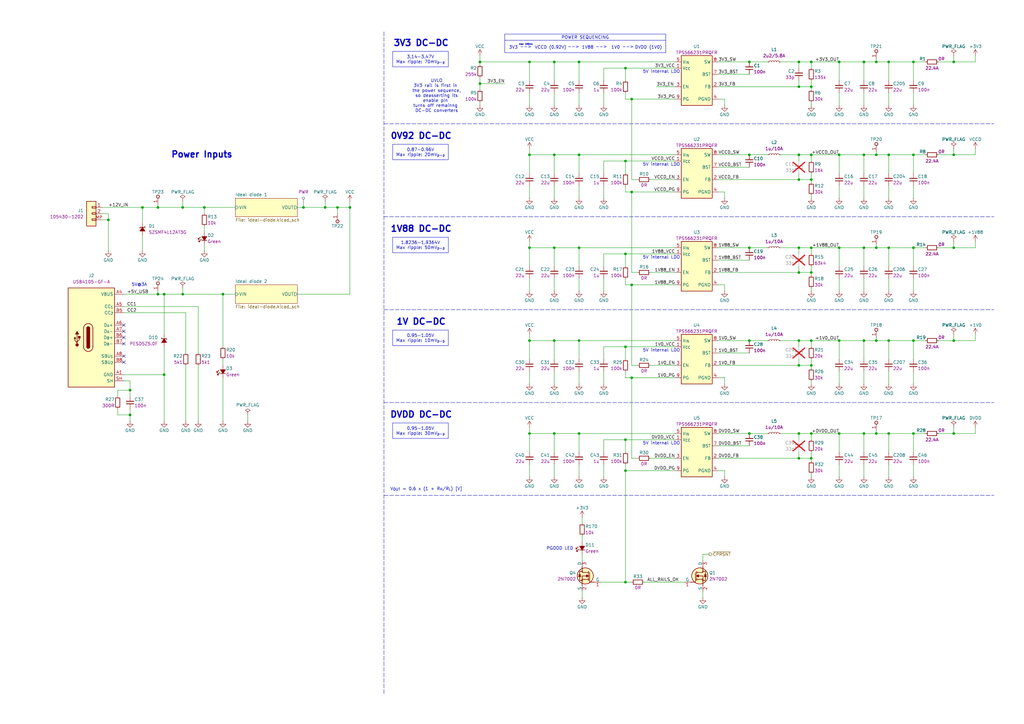
<source format=kicad_sch>
(kicad_sch (version 20250114) (generator "eeschema") (generator_version "9.0")
  (paper "A3")
  (title_block (title "OCuLink to 10GbE adapter") (date "2025-11-07") (rev "1.0.0") (company "Antmicro Ltd") (comment 1 "www.antmicro.com"))
  (text "1V DC-DC" (at 172.72 132.08 0) (effects (font (size 2.54 2.54) (thickness 0.508) (bold yes))))
  (text "3V3" (at 210.566 19.558 0) (effects (font (size 1.27 1.27))))
  (text "5V internal LDO" (at 271.272 143.764 0) (effects (font (size 1.27 1.27))))
  (text "-->" (at 246.634 19.304 0) (effects (font (size 1.27 1.27))))
  (text "DVDD (1V0)" (at 265.938 19.558 0) (effects (font (size 1.27 1.27))))
  (text "max 100ms" (at 215.646 18.288 0) (effects (font (size 0.635 0.635))))
  (text "3V3 DC-DC" (at 172.72 17.78 0) (effects (font (size 2.54 2.54) (thickness 0.508) (bold yes))))
  (text "Power Inputs" (at 82.804 63.5 0) (effects (font (size 2.54 2.54) (thickness 0.508) (bold yes))))
  (text "1V88 DC-DC" (at 172.72 93.98 0) (effects (font (size 2.54 2.54) (thickness 0.508) (bold yes))))
  (text "5V internal LDO" (at 271.272 181.864 0) (effects (font (size 1.27 1.27))))
  (text "PGOOD LED" (at 229.616 225.044 0) (effects (font (size 1.27 1.27))))
  (text "1V88" (at 241.046 19.558 0) (effects (font (size 1.27 1.27))))
  (text "UVLO\n3V3 rail is first in \nthe power sequence,\nso deasserting its\nenable pin \nturns off remainng \nDC-DC converters" (at 179.07 39.37 0) (effects (font (size 1.27 1.27))))
  (text "-->" (at 215.646 19.304 0) (effects (font (size 1.27 1.27))))
  (text "1V0" (at 252.476 19.558 0) (effects (font (size 1.27 1.27))))
  (text "VCCD (0.92V)" (at 225.806 19.558 0) (effects (font (size 1.27 1.27))))
  (text "5V internal LDO" (at 271.272 67.564 0) (effects (font (size 1.27 1.27))))
  (text "V_{OUT} = 0.6 x (1 + R_{H}/R_{L}) [V]" (at 160.02 200.66 0) (effects (font (size 1.27 1.27)) (justify left)))
  (text "-->" (at 257.556 19.304 0) (effects (font (size 1.27 1.27))))
  (text "5V internal LDO" (at 271.272 29.464 0) (effects (font (size 1.27 1.27))))
  (text "0V92 DC-DC" (at 172.72 55.88 0) (effects (font (size 2.54 2.54) (thickness 0.508) (bold yes))))
  (text "-->" (at 235.204 19.304 0) (effects (font (size 1.27 1.27))))
  (text "DVDD DC-DC" (at 172.72 170.18 0) (effects (font (size 2.54 2.54) (thickness 0.508) (bold yes))))
  (text "5V@3A" (at 57.15 116.84 0) (effects (font (size 1.27 1.27))))
  (text "5V internal LDO" (at 271.272 105.664 0) (effects (font (size 1.27 1.27))))
  (text_box "0.87-0.96V\nMax ripple: 20mV_{p-p}" (at 161.036 59.182 0) (size 22.86 6.35) (margins 0.9525 0.9525 0.9525 0.9525) (effects (font (size 1.27 1.27))))
  (text_box "0.95-1.05V\nMax ripple: 10mV_{p-p}" (at 161.036 135.382 0) (size 22.86 6.35) (margins 0.9525 0.9525 0.9525 0.9525) (effects (font (size 1.27 1.27))))
  (text_box "1.8236-1.9364V\nMax ripple: 50mV_{p-p}" (at 161.036 97.282 0) (size 22.86 6.35) (margins 0.9525 0.9525 0.9525 0.9525) (effects (font (size 1.27 1.27))))
  (text_box "0.95-1.05V\nMax ripple: 30mV_{p-p}" (at 161.036 173.482 0) (size 22.86 6.35) (margins 0.9525 0.9525 0.9525 0.9525) (effects (font (size 1.27 1.27))))
  (text_box "3.14-3.47V\nMax ripple: 70mV_{p-p}" (at 161.036 21.082 0) (size 22.86 6.35) (margins 0.9525 0.9525 0.9525 0.9525) (effects (font (size 1.27 1.27))))
  (junction (at 391.16 25.4))
  (junction (at 67.31 120.65))
  (junction (at 58.42 85.09))
  (junction (at 307.34 25.4))
  (junction (at 332.74 101.6))
  (junction (at 74.93 85.09))
  (junction (at 359.41 101.6))
  (junction (at 391.16 63.5))
  (junction (at 83.82 85.09))
  (junction (at 327.66 149.86))
  (junction (at 217.17 177.8))
  (junction (at 332.74 25.4))
  (junction (at 138.43 85.09))
  (junction (at 259.08 78.74))
  (junction (at 237.49 177.8))
  (junction (at 354.33 25.4))
  (junction (at 344.17 177.8))
  (junction (at 217.17 101.6))
  (junction (at 259.08 116.84))
  (junction (at 64.77 85.09))
  (junction (at 217.17 139.7))
  (junction (at 327.66 139.7))
  (junction (at 327.66 25.4))
  (junction (at 332.74 73.66))
  (junction (at 391.16 139.7))
  (junction (at 67.31 153.67))
  (junction (at 256.54 66.04))
  (junction (at 327.66 177.8))
  (junction (at 359.41 177.8))
  (junction (at 237.49 101.6))
  (junction (at 307.34 177.8))
  (junction (at 237.49 25.4))
  (junction (at 227.33 25.4))
  (junction (at 227.33 63.5))
  (junction (at 256.54 193.04))
  (junction (at 332.74 111.76))
  (junction (at 332.74 35.56))
  (junction (at 237.49 139.7))
  (junction (at 374.65 177.8))
  (junction (at 53.34 170.18))
  (junction (at 354.33 139.7))
  (junction (at 391.16 177.8))
  (junction (at 364.49 63.5))
  (junction (at 217.17 25.4))
  (junction (at 196.85 34.29))
  (junction (at 359.41 139.7))
  (junction (at 256.54 104.14))
  (junction (at 374.65 139.7))
  (junction (at 344.17 63.5))
  (junction (at 364.49 177.8))
  (junction (at 133.35 85.09))
  (junction (at 256.54 27.94))
  (junction (at 124.46 85.09))
  (junction (at 354.33 63.5))
  (junction (at 332.74 63.5))
  (junction (at 256.54 180.34))
  (junction (at 196.85 25.4))
  (junction (at 374.65 101.6))
  (junction (at 344.17 25.4))
  (junction (at 307.34 101.6))
  (junction (at 374.65 63.5))
  (junction (at 359.41 25.4))
  (junction (at 227.33 177.8))
  (junction (at 327.66 63.5))
  (junction (at 332.74 149.86))
  (junction (at 91.44 120.65))
  (junction (at 354.33 101.6))
  (junction (at 143.51 85.09))
  (junction (at 256.54 142.24))
  (junction (at 344.17 139.7))
  (junction (at 364.49 101.6))
  (junction (at 237.49 63.5))
  (junction (at 327.66 73.66))
  (junction (at 364.49 25.4))
  (junction (at 354.33 177.8))
  (junction (at 259.08 40.64))
  (junction (at 227.33 101.6))
  (junction (at 256.54 238.76))
  (junction (at 364.49 139.7))
  (junction (at 44.45 90.17))
  (junction (at 327.66 35.56))
  (junction (at 307.34 139.7))
  (junction (at 391.16 101.6))
  (junction (at 217.17 63.5))
  (junction (at 344.17 101.6))
  (junction (at 74.93 120.65))
  (junction (at 332.74 139.7))
  (junction (at 307.34 63.5))
  (junction (at 53.34 160.02))
  (junction (at 227.33 139.7))
  (junction (at 327.66 111.76))
  (junction (at 332.74 177.8))
  (junction (at 259.08 154.94))
  (junction (at 327.66 187.96))
  (junction (at 64.77 120.65))
  (junction (at 327.66 101.6))
  (junction (at 359.41 63.5))
  (junction (at 332.74 187.96))
  (junction (at 374.65 25.4))
  (no_connect (at 50.8 138.43))
  (no_connect (at 50.8 140.97))
  (no_connect (at 50.8 133.35))
  (no_connect (at 50.8 148.59))
  (no_connect (at 50.8 135.89))
  (no_connect (at 50.8 146.05))
  (wire (pts (xy 81.28 172.72) (xy 81.28 149.86)))
  (wire (pts (xy 327.66 101.6) (xy 327.66 104.14)))
  (wire (pts (xy 124.46 85.09) (xy 133.35 85.09)))
  (wire (pts (xy 133.35 82.55) (xy 133.35 85.09)))
  (wire (pts (xy 74.93 120.65) (xy 91.44 120.65)))
  (wire (pts (xy 359.41 24.13) (xy 359.41 25.4)))
  (wire (pts (xy 354.33 25.4) (xy 359.41 25.4)))
  (wire (pts (xy 344.17 195.58) (xy 344.17 190.5)))
  (wire (pts (xy 64.77 83.82) (xy 64.77 85.09)))
  (wire (pts (xy 384.81 101.6) (xy 391.16 101.6)))
  (wire (pts (xy 320.04 177.8) (xy 327.66 177.8)))
  (wire (pts (xy 359.41 63.5) (xy 364.49 63.5)))
  (wire (pts (xy 256.54 152.4) (xy 256.54 154.94)))
  (wire (pts (xy 138.43 85.09) (xy 143.51 85.09)))
  (wire (pts (xy 91.44 120.65) (xy 96.52 120.65)))
  (wire (pts (xy 227.33 139.7) (xy 237.49 139.7)))
  (wire (pts (xy 124.46 83.82) (xy 124.46 85.09)))
  (polyline (pts (xy 157.48 127) (xy 407.67 127)) (stroke (width 0) (type dash)))
  (wire (pts (xy 237.49 139.7) (xy 276.86 139.7)))
  (wire (pts (xy 294.64 106.68) (xy 307.34 106.68)))
  (polyline (pts (xy 157.48 88.9) (xy 407.67 88.9)) (stroke (width 0) (type dash)))
  (wire (pts (xy 74.93 118.11) (xy 74.93 120.65)))
  (wire (pts (xy 217.17 101.6) (xy 227.33 101.6)))
  (wire (pts (xy 50.8 125.73) (xy 81.28 125.73)))
  (wire (pts (xy 327.66 177.8) (xy 327.66 180.34)))
  (wire (pts (xy 400.05 101.6) (xy 400.05 99.06)))
  (wire (pts (xy 238.76 229.87) (xy 238.76 227.33)))
  (wire (pts (xy 256.54 193.04) (xy 256.54 238.76)))
  (wire (pts (xy 227.33 139.7) (xy 227.33 147.32)))
  (wire (pts (xy 256.54 180.34) (xy 276.86 180.34)))
  (wire (pts (xy 359.41 177.8) (xy 364.49 177.8)))
  (wire (pts (xy 332.74 147.32) (xy 332.74 149.86)))
  (wire (pts (xy 344.17 63.5) (xy 354.33 63.5)))
  (wire (pts (xy 344.17 139.7) (xy 344.17 147.32)))
  (wire (pts (xy 294.64 182.88) (xy 307.34 182.88)))
  (wire (pts (xy 50.8 156.21) (xy 53.34 156.21)))
  (wire (pts (xy 256.54 238.76) (xy 259.08 238.76)))
  (wire (pts (xy 259.08 154.94) (xy 276.86 154.94)))
  (wire (pts (xy 227.33 157.48) (xy 227.33 152.4)))
  (wire (pts (xy 374.65 177.8) (xy 374.65 185.42)))
  (wire (pts (xy 247.65 66.04) (xy 256.54 66.04)))
  (wire (pts (xy 332.74 177.8) (xy 332.74 180.34)))
  (wire (pts (xy 259.08 111.76) (xy 261.62 111.76)))
  (wire (pts (xy 297.18 119.38) (xy 297.18 116.84)))
  (wire (pts (xy 237.49 119.38) (xy 237.49 114.3)))
  (wire (pts (xy 344.17 25.4) (xy 344.17 33.02)))
  (wire (pts (xy 391.16 139.7) (xy 400.05 139.7)))
  (wire (pts (xy 74.93 82.55) (xy 74.93 85.09)))
  (wire (pts (xy 121.92 85.09) (xy 124.46 85.09)))
  (wire (pts (xy 332.74 177.8) (xy 327.66 177.8)))
  (polyline (pts (xy 157.48 203.2) (xy 407.67 203.2)) (stroke (width 0) (type dash)))
  (wire (pts (xy 391.16 25.4) (xy 400.05 25.4)))
  (wire (pts (xy 327.66 109.22) (xy 327.66 111.76)))
  (wire (pts (xy 266.7 111.76) (xy 276.86 111.76)))
  (wire (pts (xy 364.49 177.8) (xy 364.49 185.42)))
  (wire (pts (xy 391.16 99.06) (xy 391.16 101.6)))
  (wire (pts (xy 217.17 177.8) (xy 217.17 185.42)))
  (wire (pts (xy 58.42 91.44) (xy 58.42 85.09)))
  (wire (pts (xy 259.08 40.64) (xy 256.54 40.64)))
  (wire (pts (xy 256.54 114.3) (xy 256.54 116.84)))
  (wire (pts (xy 354.33 81.28) (xy 354.33 76.2)))
  (wire (pts (xy 297.18 154.94) (xy 294.64 154.94)))
  (wire (pts (xy 384.81 139.7) (xy 391.16 139.7)))
  (wire (pts (xy 374.65 101.6) (xy 374.65 109.22)))
  (wire (pts (xy 359.41 138.43) (xy 359.41 139.7)))
  (wire (pts (xy 354.33 101.6) (xy 359.41 101.6)))
  (wire (pts (xy 332.74 25.4) (xy 327.66 25.4)))
  (wire (pts (xy 320.04 63.5) (xy 327.66 63.5)))
  (wire (pts (xy 227.33 177.8) (xy 227.33 185.42)))
  (wire (pts (xy 227.33 119.38) (xy 227.33 114.3)))
  (wire (pts (xy 227.33 63.5) (xy 227.33 71.12)))
  (wire (pts (xy 327.66 139.7) (xy 327.66 142.24)))
  (wire (pts (xy 400.05 63.5) (xy 400.05 60.96)))
  (wire (pts (xy 320.04 25.4) (xy 327.66 25.4)))
  (wire (pts (xy 294.64 68.58) (xy 307.34 68.58)))
  (wire (pts (xy 48.26 167.64) (xy 48.26 170.18)))
  (wire (pts (xy 247.65 81.28) (xy 247.65 76.2)))
  (wire (pts (xy 332.74 71.12) (xy 332.74 73.66)))
  (wire (pts (xy 327.66 73.66) (xy 332.74 73.66)))
  (wire (pts (xy 364.49 177.8) (xy 374.65 177.8)))
  (wire (pts (xy 256.54 27.94) (xy 276.86 27.94)))
  (wire (pts (xy 332.74 25.4) (xy 344.17 25.4)))
  (wire (pts (xy 76.2 144.78) (xy 76.2 128.27)))
  (wire (pts (xy 332.74 187.96) (xy 332.74 189.23)))
  (wire (pts (xy 266.7 187.96) (xy 276.86 187.96)))
  (wire (pts (xy 374.65 119.38) (xy 374.65 114.3)))
  (wire (pts (xy 227.33 177.8) (xy 237.49 177.8)))
  (wire (pts (xy 359.41 62.23) (xy 359.41 63.5)))
  (wire (pts (xy 332.74 41.91) (xy 332.74 43.18)))
  (wire (pts (xy 53.34 167.64) (xy 53.34 170.18)))
  (wire (pts (xy 256.54 104.14) (xy 276.86 104.14)))
  (wire (pts (xy 327.66 185.42) (xy 327.66 187.96)))
  (wire (pts (xy 67.31 137.16) (xy 67.31 120.65)))
  (wire (pts (xy 58.42 85.09) (xy 64.77 85.09)))
  (wire (pts (xy 133.35 85.09) (xy 138.43 85.09)))
  (wire (pts (xy 259.08 73.66) (xy 261.62 73.66)))
  (wire (pts (xy 237.49 81.28) (xy 237.49 76.2)))
  (wire (pts (xy 332.74 25.4) (xy 332.74 27.94)))
  (wire (pts (xy 364.49 119.38) (xy 364.49 114.3)))
  (wire (pts (xy 217.17 137.16) (xy 217.17 139.7)))
  (wire (pts (xy 354.33 63.5) (xy 354.33 71.12)))
  (wire (pts (xy 247.65 27.94) (xy 256.54 27.94)))
  (wire (pts (xy 44.45 87.63) (xy 44.45 90.17)))
  (wire (pts (xy 259.08 40.64) (xy 276.86 40.64)))
  (wire (pts (xy 344.17 63.5) (xy 344.17 71.12)))
  (wire (pts (xy 256.54 142.24) (xy 276.86 142.24)))
  (wire (pts (xy 297.18 193.04) (xy 294.64 193.04)))
  (wire (pts (xy 374.65 63.5) (xy 374.65 71.12)))
  (wire (pts (xy 294.64 73.66) (xy 327.66 73.66)))
  (wire (pts (xy 332.74 118.11) (xy 332.74 119.38)))
  (wire (pts (xy 53.34 156.21) (xy 53.34 160.02)))
  (wire (pts (xy 332.74 33.02) (xy 332.74 35.56)))
  (wire (pts (xy 332.74 111.76) (xy 332.74 113.03)))
  (wire (pts (xy 320.04 139.7) (xy 327.66 139.7)))
  (wire (pts (xy 196.85 31.75) (xy 196.85 34.29)))
  (polyline (pts (xy 157.48 165.1) (xy 407.67 165.1)) (stroke (width 0) (type dash)))
  (wire (pts (xy 288.29 242.57) (xy 288.29 245.11)))
  (wire (pts (xy 67.31 153.67) (xy 67.31 172.72)))
  (wire (pts (xy 314.96 139.7) (xy 307.34 139.7)))
  (wire (pts (xy 53.34 160.02) (xy 53.34 162.56)))
  (wire (pts (xy 64.77 119.38) (xy 64.77 120.65)))
  (wire (pts (xy 48.26 162.56) (xy 48.26 160.02)))
  (wire (pts (xy 256.54 193.04) (xy 276.86 193.04)))
  (wire (pts (xy 332.74 35.56) (xy 332.74 36.83)))
  (wire (pts (xy 48.26 160.02) (xy 53.34 160.02)))
  (wire (pts (xy 364.49 81.28) (xy 364.49 76.2)))
  (wire (pts (xy 400.05 22.86) (xy 400.05 25.4)))
  (wire (pts (xy 294.64 101.6) (xy 307.34 101.6)))
  (wire (pts (xy 237.49 63.5) (xy 276.86 63.5)))
  (wire (pts (xy 374.65 157.48) (xy 374.65 152.4)))
  (wire (pts (xy 217.17 195.58) (xy 217.17 190.5)))
  (wire (pts (xy 41.91 85.09) (xy 58.42 85.09)))
  (wire (pts (xy 74.93 85.09) (xy 83.82 85.09)))
  (wire (pts (xy 332.74 63.5) (xy 332.74 66.04)))
  (wire (pts (xy 354.33 195.58) (xy 354.33 190.5)))
  (wire (pts (xy 374.65 63.5) (xy 379.73 63.5)))
  (wire (pts (xy 294.64 139.7) (xy 307.34 139.7)))
  (wire (pts (xy 238.76 219.71) (xy 238.76 222.25)))
  (wire (pts (xy 297.18 78.74) (xy 294.64 78.74)))
  (wire (pts (xy 247.65 157.48) (xy 247.65 152.4)))
  (wire (pts (xy 354.33 101.6) (xy 354.33 109.22)))
  (wire (pts (xy 259.08 187.96) (xy 261.62 187.96)))
  (wire (pts (xy 327.66 149.86) (xy 332.74 149.86)))
  (wire (pts (xy 332.74 63.5) (xy 327.66 63.5)))
  (wire (pts (xy 327.66 71.12) (xy 327.66 73.66)))
  (polyline (pts (xy 157.48 50.8) (xy 407.67 50.8)) (stroke (width 0) (type dash)))
  (wire (pts (xy 359.41 25.4) (xy 364.49 25.4)))
  (wire (pts (xy 237.49 195.58) (xy 237.49 190.5)))
  (wire (pts (xy 332.74 149.86) (xy 332.74 151.13)))
  (wire (pts (xy 354.33 25.4) (xy 354.33 33.02)))
  (wire (pts (xy 364.49 101.6) (xy 374.65 101.6)))
  (wire (pts (xy 64.77 120.65) (xy 67.31 120.65)))
  (polyline (pts (xy 157.48 284.48) (xy 157.48 12.7)) (stroke (width 0) (type dash)))
  (wire (pts (xy 53.34 170.18) (xy 53.34 172.72)))
  (wire (pts (xy 400.05 139.7) (xy 400.05 137.16)))
  (wire (pts (xy 297.18 195.58) (xy 297.18 193.04)))
  (wire (pts (xy 264.16 238.76) (xy 280.67 238.76)))
  (wire (pts (xy 391.16 63.5) (xy 400.05 63.5)))
  (wire (pts (xy 327.66 33.02) (xy 327.66 35.56)))
  (wire (pts (xy 259.08 116.84) (xy 276.86 116.84)))
  (wire (pts (xy 217.17 99.06) (xy 217.17 101.6)))
  (wire (pts (xy 217.17 139.7) (xy 227.33 139.7)))
  (wire (pts (xy 344.17 101.6) (xy 344.17 109.22)))
  (wire (pts (xy 227.33 195.58) (xy 227.33 190.5)))
  (wire (pts (xy 217.17 43.18) (xy 217.17 38.1)))
  (wire (pts (xy 269.24 35.56) (xy 276.86 35.56)))
  (wire (pts (xy 354.33 157.48) (xy 354.33 152.4)))
  (wire (pts (xy 247.65 142.24) (xy 256.54 142.24)))
  (wire (pts (xy 50.8 120.65) (xy 64.77 120.65)))
  (wire (pts (xy 237.49 177.8) (xy 237.49 185.42)))
  (wire (pts (xy 91.44 147.32) (xy 91.44 149.86)))
  (wire (pts (xy 196.85 22.86) (xy 196.85 25.4)))
  (wire (pts (xy 50.8 128.27) (xy 76.2 128.27)))
  (wire (pts (xy 314.96 25.4) (xy 307.34 25.4)))
  (wire (pts (xy 364.49 157.48) (xy 364.49 152.4)))
  (wire (pts (xy 359.41 176.53) (xy 359.41 177.8)))
  (wire (pts (xy 374.65 177.8) (xy 379.73 177.8)))
  (wire (pts (xy 217.17 25.4) (xy 217.17 33.02)))
  (wire (pts (xy 327.66 147.32) (xy 327.66 149.86)))
  (wire (pts (xy 256.54 116.84) (xy 259.08 116.84)))
  (wire (pts (xy 354.33 177.8) (xy 354.33 185.42)))
  (wire (pts (xy 344.17 157.48) (xy 344.17 152.4)))
  (wire (pts (xy 247.65 185.42) (xy 247.65 180.34)))
  (wire (pts (xy 259.08 78.74) (xy 259.08 111.76)))
  (wire (pts (xy 44.45 90.17) (xy 44.45 102.87)))
  (wire (pts (xy 196.85 25.4) (xy 217.17 25.4)))
  (wire (pts (xy 320.04 101.6) (xy 327.66 101.6)))
  (wire (pts (xy 294.64 30.48) (xy 307.34 30.48)))
  (wire (pts (xy 259.08 116.84) (xy 259.08 149.86)))
  (wire (pts (xy 354.33 177.8) (xy 359.41 177.8)))
  (wire (pts (xy 196.85 26.67) (xy 196.85 25.4)))
  (wire (pts (xy 237.49 43.18) (xy 237.49 38.1)))
  (wire (pts (xy 327.66 111.76) (xy 332.74 111.76)))
  (wire (pts (xy 332.74 80.01) (xy 332.74 81.28)))
  (wire (pts (xy 217.17 101.6) (xy 217.17 109.22)))
  (wire (pts (xy 237.49 157.48) (xy 237.49 152.4)))
  (wire (pts (xy 344.17 43.18) (xy 344.17 38.1)))
  (wire (pts (xy 217.17 60.96) (xy 217.17 63.5)))
  (wire (pts (xy 384.81 177.8) (xy 391.16 177.8)))
  (wire (pts (xy 247.65 71.12) (xy 247.65 66.04)))
  (wire (pts (xy 256.54 66.04) (xy 256.54 71.12)))
  (wire (pts (xy 344.17 139.7) (xy 354.33 139.7)))
  (wire (pts (xy 364.49 139.7) (xy 364.49 147.32)))
  (wire (pts (xy 359.41 101.6) (xy 364.49 101.6)))
  (wire (pts (xy 259.08 78.74) (xy 276.86 78.74)))
  (wire (pts (xy 256.54 142.24) (xy 256.54 147.32)))
  (wire (pts (xy 227.33 101.6) (xy 237.49 101.6)))
  (wire (pts (xy 256.54 190.5) (xy 256.54 193.04)))
  (wire (pts (xy 256.54 104.14) (xy 256.54 109.22)))
  (wire (pts (xy 364.49 101.6) (xy 364.49 109.22)))
  (wire (pts (xy 237.49 25.4) (xy 276.86 25.4)))
  (wire (pts (xy 143.51 82.55) (xy 143.51 85.09)))
  (wire (pts (xy 294.64 35.56) (xy 327.66 35.56)))
  (wire (pts (xy 217.17 81.28) (xy 217.17 76.2)))
  (wire (pts (xy 332.74 194.31) (xy 332.74 195.58)))
  (wire (pts (xy 121.92 120.65) (xy 143.51 120.65)))
  (wire (pts (xy 227.33 43.18) (xy 227.33 38.1)))
  (wire (pts (xy 237.49 101.6) (xy 237.49 109.22)))
  (wire (pts (xy 83.82 85.09) (xy 83.82 87.63)))
  (wire (pts (xy 332.74 139.7) (xy 332.74 142.24)))
  (wire (pts (xy 259.08 40.64) (xy 259.08 73.66)))
  (wire (pts (xy 259.08 149.86) (xy 261.62 149.86)))
  (wire (pts (xy 196.85 41.91) (xy 196.85 43.18)))
  (wire (pts (xy 237.49 139.7) (xy 237.49 147.32)))
  (wire (pts (xy 256.54 180.34) (xy 256.54 185.42)))
  (wire (pts (xy 217.17 157.48) (xy 217.17 152.4)))
  (wire (pts (xy 67.31 120.65) (xy 74.93 120.65)))
  (wire (pts (xy 364.49 139.7) (xy 374.65 139.7)))
  (wire (pts (xy 364.49 63.5) (xy 364.49 71.12)))
  (wire (pts (xy 327.66 63.5) (xy 327.66 66.04)))
  (wire (pts (xy 67.31 142.24) (xy 67.31 153.67)))
  (wire (pts (xy 307.34 63.5) (xy 294.64 63.5)))
  (wire (pts (xy 256.54 27.94) (xy 256.54 33.02)))
  (wire (pts (xy 374.65 25.4) (xy 374.65 33.02)))
  (wire (pts (xy 359.41 139.7) (xy 364.49 139.7)))
  (wire (pts (xy 256.54 78.74) (xy 259.08 78.74)))
  (wire (pts (xy 344.17 63.5) (xy 332.74 63.5)))
  (wire (pts (xy 217.17 25.4) (xy 227.33 25.4)))
  (wire (pts (xy 354.33 63.5) (xy 359.41 63.5)))
  (wire (pts (xy 256.54 66.04) (xy 276.86 66.04)))
  (wire (pts (xy 364.49 195.58) (xy 364.49 190.5)))
  (wire (pts (xy 247.65 43.18) (xy 247.65 38.1)))
  (wire (pts (xy 374.65 25.4) (xy 379.73 25.4)))
  (wire (pts (xy 344.17 177.8) (xy 332.74 177.8)))
  (wire (pts (xy 354.33 139.7) (xy 354.33 147.32)))
  (wire (pts (xy 138.43 87.63) (xy 138.43 85.09)))
  (wire (pts (xy 237.49 25.4) (xy 237.49 33.02)))
  (wire (pts (xy 297.18 157.48) (xy 297.18 154.94)))
  (wire (pts (xy 50.8 153.67) (xy 67.31 153.67)))
  (wire (pts (xy 294.64 111.76) (xy 327.66 111.76)))
  (wire (pts (xy 344.17 25.4) (xy 354.33 25.4)))
  (wire (pts (xy 217.17 119.38) (xy 217.17 114.3)))
  (wire (pts (xy 354.33 139.7) (xy 359.41 139.7)))
  (wire (pts (xy 247.65 33.02) (xy 247.65 27.94)))
  (wire (pts (xy 81.28 144.78) (xy 81.28 125.73)))
  (wire (pts (xy 227.33 101.6) (xy 227.33 109.22)))
  (wire (pts (xy 247.65 104.14) (xy 256.54 104.14)))
  (wire (pts (xy 307.34 101.6) (xy 314.96 101.6)))
  (wire (pts (xy 364.49 25.4) (xy 374.65 25.4)))
  (wire (pts (xy 374.65 81.28) (xy 374.65 76.2)))
  (wire (pts (xy 256.54 76.2) (xy 256.54 78.74)))
  (wire (pts (xy 332.74 73.66) (xy 332.74 74.93)))
  (wire (pts (xy 332.74 139.7) (xy 327.66 139.7)))
  (wire (pts (xy 247.65 119.38) (xy 247.65 114.3)))
  (wire (pts (xy 217.17 177.8) (xy 227.33 177.8)))
  (wire (pts (xy 327.66 25.4) (xy 327.66 27.94)))
  (wire (pts (xy 332.74 185.42) (xy 332.74 187.96)))
  (wire (pts (xy 227.33 25.4) (xy 237.49 25.4)))
  (wire (pts (xy 391.16 101.6) (xy 400.05 101.6)))
  (wire (pts (xy 247.65 180.34) (xy 256.54 180.34)))
  (wire (pts (xy 196.85 34.29) (xy 196.85 36.83)))
  (wire (pts (xy 217.17 139.7) (xy 217.17 147.32)))
  (wire (pts (xy 76.2 172.72) (xy 76.2 149.86)))
  (wire (pts (xy 294.64 187.96) (xy 327.66 187.96)))
  (wire (pts (xy 354.33 43.18) (xy 354.33 38.1)))
  (wire (pts (xy 332.74 109.22) (xy 332.74 111.76)))
  (wire (pts (xy 364.49 25.4) (xy 364.49 33.02)))
  (wire (pts (xy 359.41 100.33) (xy 359.41 101.6)))
  (wire (pts (xy 294.64 177.8) (xy 307.34 177.8)))
  (wire (pts (xy 307.34 177.8) (xy 314.96 177.8)))
  (wire (pts (xy 384.81 25.4) (xy 391.16 25.4)))
  (wire (pts (xy 297.18 116.84) (xy 294.64 116.84)))
  (wire (pts (xy 314.96 63.5) (xy 307.34 63.5)))
  (wire (pts (xy 294.64 144.78) (xy 307.34 144.78)))
  (wire (pts (xy 266.7 73.66) (xy 276.86 73.66)))
  (wire (pts (xy 196.85 34.29) (xy 207.01 34.29)))
  (wire (pts (xy 266.7 149.86) (xy 276.86 149.86)))
  (wire (pts (xy 247.65 147.32) (xy 247.65 142.24)))
  (wire (pts (xy 91.44 172.72) (xy 91.44 154.94)))
  (wire (pts (xy 91.44 120.65) (xy 91.44 142.24)))
  (wire (pts (xy 83.82 85.09) (xy 96.52 85.09)))
  (wire (pts (xy 364.49 63.5) (xy 374.65 63.5)))
  (wire (pts (xy 217.17 63.5) (xy 217.17 71.12)))
  (wire (pts (xy 290.83 227.33) (xy 288.29 227.33)))
  (wire (pts (xy 41.91 87.63) (xy 44.45 87.63)))
  (wire (pts (xy 217.17 175.26) (xy 217.17 177.8)))
  (wire (pts (xy 332.74 101.6) (xy 344.17 101.6)))
  (wire (pts (xy 332.74 156.21) (xy 332.74 157.48)))
  (wire (pts (xy 391.16 22.86) (xy 391.16 25.4)))
  (wire (pts (xy 294.64 25.4) (xy 307.34 25.4)))
  (wire (pts (xy 391.16 137.16) (xy 391.16 139.7)))
  (wire (pts (xy 41.91 90.17) (xy 44.45 90.17)))
  (wire (pts (xy 247.65 195.58) (xy 247.65 190.5)))
  (wire (pts (xy 391.16 175.26) (xy 391.16 177.8)))
  (wire (pts (xy 237.49 101.6) (xy 276.86 101.6)))
  (wire (pts (xy 217.17 63.5) (xy 227.33 63.5)))
  (wire (pts (xy 374.65 139.7) (xy 374.65 147.32)))
  (wire (pts (xy 344.17 119.38) (xy 344.17 114.3)))
  (wire (pts (xy 297.18 40.64) (xy 294.64 40.64)))
  (wire (pts (xy 364.49 43.18) (xy 364.49 38.1)))
  (wire (pts (xy 237.49 63.5) (xy 237.49 71.12)))
  (wire (pts (xy 354.33 119.38) (xy 354.33 114.3)))
  (wire (pts (xy 238.76 212.09) (xy 238.76 214.63)))
  (wire (pts (xy 288.29 227.33) (xy 288.29 229.87)))
  (wire (pts (xy 227.33 81.28) (xy 227.33 76.2)))
  (wire (pts (xy 374.65 139.7) (xy 379.73 139.7)))
  (wire (pts (xy 344.17 101.6) (xy 354.33 101.6)))
  (wire (pts (xy 143.51 85.09) (xy 143.51 120.65)))
  (wire (pts (xy 344.17 81.28) (xy 344.17 76.2)))
  (wire (pts (xy 256.54 154.94) (xy 259.08 154.94)))
  (wire (pts (xy 391.16 177.8) (xy 400.05 177.8)))
  (wire (pts (xy 83.82 92.71) (xy 83.82 95.25)))
  (wire (pts (xy 391.16 60.96) (xy 391.16 63.5)))
  (wire (pts (xy 246.38 238.76) (xy 256.54 238.76)))
  (wire (pts (xy 259.08 154.94) (xy 259.08 187.96)))
  (wire (pts (xy 374.65 101.6) (xy 379.73 101.6)))
  (wire (pts (xy 64.77 85.09) (xy 74.93 85.09)))
  (wire (pts (xy 294.64 149.86) (xy 327.66 149.86)))
  (wire (pts (xy 297.18 43.18) (xy 297.18 40.64)))
  (wire (pts (xy 400.05 177.8) (xy 400.05 175.26)))
  (wire (pts (xy 83.82 100.33) (xy 83.82 102.87)))
  (wire (pts (xy 58.42 102.87) (xy 58.42 96.52)))
  (wire (pts (xy 297.18 81.28) (xy 297.18 78.74)))
  (wire (pts (xy 256.54 38.1) (xy 256.54 40.64)))
  (wire (pts (xy 247.65 109.22) (xy 247.65 104.14)))
  (wire (pts (xy 384.81 63.5) (xy 391.16 63.5)))
  (wire (pts (xy 227.33 63.5) (xy 237.49 63.5)))
  (wire (pts (xy 101.6 170.18) (xy 101.6 172.72)))
  (wire (pts (xy 327.66 187.96) (xy 332.74 187.96)))
  (wire (pts (xy 48.26 170.18) (xy 53.34 170.18)))
  (wire (pts (xy 332.74 101.6) (xy 332.74 104.14)))
  (wire (pts (xy 238.76 242.57) (xy 238.76 245.11)))
  (wire (pts (xy 237.49 177.8) (xy 276.86 177.8)))
  (wire (pts (xy 344.17 177.8) (xy 344.17 185.42)))
  (wire (pts (xy 344.17 177.8) (xy 354.33 177.8)))
  (wire (pts (xy 374.65 43.18) (xy 374.65 38.1)))
  (wire (pts (xy 374.65 195.58) (xy 374.65 190.5)))
  (wire (pts (xy 227.33 25.4) (xy 227.33 33.02)))
  (wire (pts (xy 332.74 101.6) (xy 327.66 101.6)))
  (wire (pts (xy 327.66 35.56) (xy 332.74 35.56)))
  (wire (pts (xy 332.74 139.7) (xy 344.17 139.7)))
  (table (column_count 1) (border (external yes) (header yes)) (separators (rows yes) (cols yes)) (column_widths 66.04) (row_heights 2.54 5.08) (cells (table_cell "POWER SEQUENCING" (at 207.01 13.97 0) (size 66.04 2.54) (margins 0.9525 0.9525 0.9525 0.9525) (span 1 1)) (table_cell "" (at 207.01 16.51 0) (size 66.04 5.08) (margins 0.9525 0.9525 0.9525 0.9525) (span 1 1))))
  (label "VCCD_SW" (at 294.64 63.5 0))
  (label "+5V_USB" (at 52.07 120.65 0))
  (label "1V0_BST" (at 294.64 144.78 0))
  (label "CC1" (at 52.07 125.73 0))
  (label "DVDD_EN" (at 276.86 187.96 180))
  (label "+DVDD_OUT" (at 344.17 177.8 180))
  (label "1V0_FB" (at 294.64 149.86 0))
  (label "1V88_SW" (at 294.64 101.6 0))
  (label "VCCD_VCC" (at 276.86 66.04 180))
  (label "3V3_EN" (at 207.01 34.29 180))
  (label "3V3_BST" (at 294.64 30.48 0))
  (label "1V88_BST" (at 294.64 106.68 0))
  (label "3V3_VCC" (at 276.86 27.94 180))
  (label "DVDD_FB" (at 294.64 187.96 0))
  (label "1V88_EN" (at 276.86 111.76 180))
  (label "1V0_VCC" (at 276.86 142.24 180))
  (label "+VCCD_OUT" (at 344.17 63.5 180))
  (label "DVDD_PG" (at 276.86 193.04 180))
  (label "DVDD_SW" (at 294.64 177.8 0))
  (label "1V0_PG" (at 276.86 154.94 180))
  (label "+3V3_OUT" (at 344.17 25.4 180))
  (label "+1V0_OUT" (at 344.17 139.7 180))
  (label "DVDD_VCC" (at 276.86 180.34 180))
  (label "1V88_VCC" (at 276.86 104.14 180))
  (label "VCCD_BST" (at 294.64 68.58 0))
  (label "1V0_SW" (at 294.64 139.7 0))
  (label "3V3_FB" (at 294.64 35.56 0))
  (label "DVDD_BST" (at 294.64 182.88 0))
  (label "ALL_RAILS_OK" (at 265.43 238.76 0))
  (label "3V3_EN" (at 269.24 35.56 0))
  (label "VCCD_FB" (at 294.64 73.66 0))
  (label "1V88_FB" (at 294.64 111.76 0))
  (label "3V3_PG" (at 276.86 40.64 180))
  (label "3V3_SW" (at 294.64 25.4 0))
  (label "1V88_PG" (at 276.86 116.84 180))
  (label "VCCD_EN" (at 276.86 73.66 180))
  (label "CC2" (at 52.07 128.27 0))
  (label "+1V88_OUT" (at 344.17 101.6 180))
  (label "VCCD_PG" (at 276.86 78.74 180))
  (label "+12V_IN" (at 44.45 85.09 0))
  (label "1V0_EN" (at 276.86 149.86 180))
  (hierarchical_label "~{CPRSNT}" (shape output) (at 290.83 227.33 0))
  (netclass_flag "" (length 2.54) (shape round) (at 124.46 83.82 0) (property "Netclass" "PWR" (at 124.46 78.74 0)))
  (symbol (lib_id "antmicroResistors0402:R_0R_0402") (at 261.62 187.96 0) (unit 1)
    (property "Reference" "R30" (at 264.16 185.674 0))
    (property "Value" "R_0R_0402" (effects (hide yes)))
    (property "Footprint" "antmicro-footprints:R_0402_1005Metric" (effects (hide yes)))
    (property "Datasheet" "https://industrial.panasonic.com/cdbs/www-data/pdf/RDA0000/AOA0000C301.pdf" (effects (hide yes)))
    (property "Description" "SMD Chip Resistor, Jumper, 0 ohm, 100 mW, 0402 [1005 Metric], Thick Film, General Purpose" (effects (hide yes)))
    (property "MPN" "ERJ2GE0R00X" (effects (hide yes)))
    (property "Manufacturer" "Panasonic" (effects (hide yes)))
    (property "License" "Apache-2.0" (effects (hide yes)))
    (property "Author" "Antmicro" (effects (hide yes)))
    (property "Val" "0R" (at 264.16 190.246 0))
    (property "Current" "1A" (effects (hide yes)))
  )
  (symbol (lib_id "antmicroCapacitors0603:C_22u_16V_0603") (at 364.49 190.5 90) (unit 1)
    (property "Reference" "C208" (at 366.268 186.69 90) (effects (justify right)))
    (property "Value" "C_22u_16V_0603" (effects (hide yes)))
    (property "Footprint" "antmicro-footprints:C_0603_1608Metric_EIA" (effects (hide yes)))
    (property "Datasheet" "https://product.samsungsem.com/mlcc/CL10A226MO7JZN.do" (effects (hide yes)))
    (property "Description" "SMD Multilayer Ceramic Capacitor" (effects (hide yes)))
    (property "MPN" "CL10A226MO7JZNC" (effects (hide yes)))
    (property "Manufacturer" "Samsung Electro-Mechanics" (effects (hide yes)))
    (property "License" "Apache-2.0" (effects (hide yes)))
    (property "Author" "Antmicro" (effects (hide yes)))
    (property "Val" "22u" (at 366.268 189.23 90) (effects (justify right)))
    (property "Voltage" "16V" (effects (hide yes)))
    (property "Public" "False" (effects (hide yes)))
  )
  (symbol (lib_id "antmicroCapacitors0402:C_1u_25V_0402") (at 247.65 152.4 270) (mirror x) (unit 1)
    (property "Reference" "C33" (at 245.872 148.59 90) (effects (justify right)))
    (property "Value" "C_1u_25V_0402" (effects (hide yes)))
    (property "Footprint" "antmicro-footprints:C_0402_1005Metric" (effects (hide yes)))
    (property "Datasheet" "https://www.murata.com/products/productdetail?partno=GRM155R61E105KE11%23" (effects (hide yes)))
    (property "Description" "SMD Multilayer Ceramic Capacitor, 1 µF, 25 V, 0402 [1005 Metric], ± 10%, X5R, GRM Series" (effects (hide yes)))
    (property "MPN" "GRM155R61E105KE11J" (effects (hide yes)))
    (property "Manufacturer" "Murata" (effects (hide yes)))
    (property "License" "Apache-2.0" (effects (hide yes)))
    (property "Author" "Antmicro" (effects (hide yes)))
    (property "Val" "1u" (at 245.872 151.13 90) (effects (justify right)))
    (property "Voltage" "25V" (effects (hide yes)))
    (property "Dielectric" "X5R" (effects (hide yes)))
  )
  (symbol (lib_id "antmicroLEDIndicationDiscrete:LED_G_0603_LG_L29K-G2J1-24-Z") (at 83.82 100.33 90) (unit 1)
    (property "Reference" "D2" (at 85.09 96.52 90) (effects (justify right)))
    (property "Value" "LED_G_0603_LG_L29K-G2J1-24-Z" (effects (hide yes)))
    (property "Footprint" "antmicro-footprints:LED_0603_1608Metric_G" (effects (hide yes)))
    (property "Datasheet" "https://look.ams-osram.com/m/19ee86b3ae0ee95b/original/LG-L29K.pdf" (effects (hide yes)))
    (property "Description" "LED, Green, SMD, 0603, 20 mA, 1.7 V, 570 nm" (effects (hide yes)))
    (property "MPN" "LG L29K-G2J1-24-Z" (effects (hide yes)))
    (property "Manufacturer" "OSRAM" (effects (hide yes)))
    (property "Color" "Green" (at 85.09 99.0599 90) (effects (justify right)))
    (property "Author" "Antmicro" (effects (hide yes)))
    (property "License" "Apache-2.0" (effects (hide yes)))
  )
  (symbol (lib_id "antmicropower:GND") (at 227.33 119.38 0) (unit 1)
    (property "Reference" "#PWR028" (effects (hide yes)))
    (property "Value" "GND" (at 227.33 123.19 0))
    (property "Author" "Antmicro" (effects (hide yes)))
    (property "License" "Apache-2.0" (effects (hide yes)))
  )
  (symbol (lib_id "antmicroCapacitors0603:C_22u_16V_0603") (at 354.33 38.1 90) (unit 1)
    (property "Reference" "C8" (at 356.108 34.29 90) (effects (justify right)))
    (property "Value" "C_22u_16V_0603" (effects (hide yes)))
    (property "Footprint" "antmicro-footprints:C_0603_1608Metric_EIA" (effects (hide yes)))
    (property "Datasheet" "https://product.samsungsem.com/mlcc/CL10A226MO7JZN.do" (effects (hide yes)))
    (property "Description" "SMD Multilayer Ceramic Capacitor" (effects (hide yes)))
    (property "MPN" "CL10A226MO7JZNC" (effects (hide yes)))
    (property "Manufacturer" "Samsung Electro-Mechanics" (effects (hide yes)))
    (property "License" "Apache-2.0" (effects (hide yes)))
    (property "Author" "Antmicro" (effects (hide yes)))
    (property "Val" "22u" (at 356.108 36.83 90) (effects (justify right)))
    (property "Voltage" "16V" (effects (hide yes)))
    (property "Public" "False" (effects (hide yes)))
  )
  (symbol (lib_id "antmicroFixedInductors:L_1u_10A_Bourns-SRP4021HMT") (at 314.96 63.5 0) (unit 1)
    (property "Reference" "L2" (at 317.5 58.42 0))
    (property "Value" "L_1u_10A_Bourns-SRP4021HMT" (effects (hide yes)))
    (property "Footprint" "antmicro-footprints:L_Bourns-SRP4021HMT" (effects (hide yes)))
    (property "Datasheet" "https://www.mouser.com/datasheet/2/54/Bourns_04_01_2025_SRP4021HMT_Datasheet-3580094.pdf" (effects (hide yes)))
    (property "Description" "Power Inductors - SMD Ind,4.1x4.2x1.9mm,1uH+/-20%,10A, Shielded" (effects (hide yes)))
    (property "Val" "1u/10A" (at 317.5 60.96 0))
    (property "Manufacturer" "Bourns" (effects (hide yes)))
    (property "MPN" "SRP4021HMT-1R0M" (effects (hide yes)))
    (property "Isat" "8A" (effects (hide yes)))
    (property "Imax" "10A" (effects (hide yes)))
    (property "Size" "4.2x4.1" (effects (hide yes)))
    (property "Author" "Antmicro" (effects (hide yes)))
    (property "License" "Apache-2.0" (effects (hide yes)))
  )
  (symbol (lib_name "TPS566231P_1") (lib_id "antmicroDCDCConverters:TPS566231P") (at 276.86 25.4 0) (unit 1)
    (property "Reference" "U1" (at 285.75 19.05 0))
    (property "Value" "TPS566231P" (effects (hide yes)))
    (property "Footprint" "antmicro-footprints:VQFN-HR-9_2x1.5mm" (effects (hide yes)))
    (property "Datasheet" "https://www.ti.com/lit/ds/symlink/tps566231.pdf" (effects (hide yes)))
    (property "Description" "Switching Voltage Regulators 3-V to 18-V, 6-A synchronous buck converter" (effects (hide yes)))
    (property "Manufacturer" "Texas Instruments" (effects (hide yes)))
    (property "MPN" "TPS566231PRQFR" (at 285.75 21.59 0))
    (property "Author" "Antmicro" (effects (hide yes)))
    (property "License" "Apache-2.0" (effects (hide yes)))
  )
  (symbol (lib_id "antmicroCapacitors0603:C_22u_16V_0603") (at 227.33 190.5 270) (mirror x) (unit 1)
    (property "Reference" "C41" (at 225.552 186.69 90) (effects (justify right)))
    (property "Value" "C_22u_16V_0603" (effects (hide yes)))
    (property "Footprint" "antmicro-footprints:C_0603_1608Metric_EIA" (effects (hide yes)))
    (property "Datasheet" "https://product.samsungsem.com/mlcc/CL10A226MO7JZN.do" (effects (hide yes)))
    (property "Description" "SMD Multilayer Ceramic Capacitor" (effects (hide yes)))
    (property "MPN" "CL10A226MO7JZNC" (effects (hide yes)))
    (property "Manufacturer" "Samsung Electro-Mechanics" (effects (hide yes)))
    (property "License" "Apache-2.0" (effects (hide yes)))
    (property "Author" "Antmicro" (effects (hide yes)))
    (property "Val" "22u" (at 225.552 189.23 90) (effects (justify right)))
    (property "Voltage" "16V" (effects (hide yes)))
    (property "Public" "False" (effects (hide yes)))
  )
  (symbol (lib_id "antmicroResistors0402:R_100k_0402") (at 256.54 152.4 270) (mirror x) (unit 1)
    (property "Reference" "R25" (at 255.27 148.59 90) (effects (justify right)))
    (property "Value" "R_100k_0402" (effects (hide yes)))
    (property "Footprint" "antmicro-footprints:R_0402_1005Metric" (effects (hide yes)))
    (property "Datasheet" "https://www.bourns.com/docs/product-datasheets/cr.pdf" (effects (hide yes)))
    (property "Description" "SMD Chip Resistor, 100 kohm, ± 1%, 62.5 mW, 0402 [1005 Metric], Thick Film, General Purpose" (effects (hide yes)))
    (property "MPN" "CR0402-FX-1003GLF" (effects (hide yes)))
    (property "Manufacturer" "Bourns" (effects (hide yes)))
    (property "License" "Apache-2.0" (effects (hide yes)))
    (property "Author" "Antmicro" (effects (hide yes)))
    (property "Val" "100k" (at 255.27 151.13 90) (effects (justify right)))
    (property "Tolerance" "1%" (effects (hide yes)))
  )
  (symbol (lib_id "antmicropower:GND") (at 344.17 195.58 0) (unit 1)
    (property "Reference" "#PWR059" (effects (hide yes)))
    (property "Value" "GND" (at 344.17 199.39 0))
    (property "Author" "Antmicro" (effects (hide yes)))
    (property "License" "Apache-2.0" (effects (hide yes)))
  )
  (symbol (lib_id "antmicropower:VCC") (at 217.17 99.06 0) (unit 1)
    (property "Reference" "#PWR0355" (effects (hide yes)))
    (property "Value" "VCC" (at 217.17 95.25 0))
  )
  (symbol (lib_id "antmicroResistors0402:R_63k4_0402") (at 332.74 109.22 90) (unit 1)
    (property "Reference" "R15" (at 334.01 105.41 90) (effects (justify right)))
    (property "Value" "R_63k4_0402" (effects (hide yes)))
    (property "Footprint" "antmicro-footprints:R_0402_1005Metric" (effects (hide yes)))
    (property "Datasheet" "https://industrial.panasonic.com/cdbs/www-data/pdf/RDM0000/AOA0000C307.pdf" (effects (hide yes)))
    (property "Description" "SMD Chip Resistor, 63.4 kohm, ± 0.1%, 63 mW, 0402 [1005 Metric], Thin Film,  Precision" (effects (hide yes)))
    (property "MPN" "ERA-2AEB6342X" (effects (hide yes)))
    (property "Manufacturer" "Panasonic" (effects (hide yes)))
    (property "License" "Apache-2.0" (effects (hide yes)))
    (property "Author" "Antmicro" (effects (hide yes)))
    (property "Val" "63k4" (at 334.01 107.95 90) (effects (justify right)))
    (property "Tolerance" "0.1%" (effects (hide yes)))
  )
  (symbol (lib_id "antmicroResistors0603:R_0R_22.4A_0603") (at 379.73 177.8 0) (unit 1)
    (property "Reference" "R28" (at 379.73 176.53 0) (effects (justify right)))
    (property "Value" "R_0R_22.4A_0603" (effects (hide yes)))
    (property "Footprint" "antmicro-footprints:R_0603_1608Metric" (effects (hide yes)))
    (property "Datasheet" "https://fscdn.rohm.com/en/products/databook/datasheet/passive/resistor/chip_resistor/pmr-jpw-e.pdf" (effects (hide yes)))
    (property "Description" "SMD Chip Resistor" (effects (hide yes)))
    (property "MPN" "PMR03EZPJ000" (effects (hide yes)))
    (property "Manufacturer" "ROHM Semiconductor" (effects (hide yes)))
    (property "Val" "0R" (at 384.81 176.53 0) (effects (justify left)))
    (property "Max. Curr." "22.4A" (at 382.27 180.34 0))
    (property "Author" "Antmicro" (effects (hide yes)))
    (property "License" "Apache-2.0" (effects (hide yes)))
    (property "Tolerance" "template_tolerance" (effects (hide yes)))
  )
  (symbol (lib_id "antmicropower:+3V3") (at 238.76 212.09 0) (unit 1)
    (property "Reference" "#PWR0333" (effects (hide yes)))
    (property "Value" "+3V3" (at 238.76 208.28 0))
    (property "Author" "Antmicro" (effects (hide yes)))
    (property "License" "Apache-2.0" (effects (hide yes)))
  )
  (symbol (lib_id "antmicropower:PWR_FLAG") (at 391.16 22.86 0) (unit 1)
    (property "Reference" "#FLG01" (effects (hide yes)))
    (property "Value" "PWR_FLAG" (at 391.16 19.05 0))
  )
  (symbol (lib_id "antmicroResistors0402:R_10k_0402") (at 83.82 92.71 90) (unit 1)
    (property "Reference" "R13" (at 85.09 88.9 90) (effects (justify right)))
    (property "Value" "R_10k_0402" (effects (hide yes)))
    (property "Footprint" "antmicro-footprints:R_0402_1005Metric" (effects (hide yes)))
    (property "Datasheet" "https://www.bourns.com/docs/product-datasheets/cr.pdf" (effects (hide yes)))
    (property "Description" "SMD Chip Resistor, 10 kohm, ± 1%, 62.5 mW, 0402 [1005 Metric], Thick Film, General Purpose" (effects (hide yes)))
    (property "MPN" "CR0402-FX-1002GLF" (effects (hide yes)))
    (property "Manufacturer" "Bourns" (effects (hide yes)))
    (property "License" "Apache-2.0" (effects (hide yes)))
    (property "Author" "Antmicro" (effects (hide yes)))
    (property "Val" "10k" (at 85.09 91.44 90) (effects (justify right)))
    (property "Tolerance" "1%" (effects (hide yes)))
  )
  (symbol (lib_id "antmicropower:PWR_FLAG") (at 133.35 82.55 0) (unit 1)
    (property "Reference" "#FLG04" (effects (hide yes)))
    (property "Value" "PWR_FLAG" (at 133.35 78.74 0))
  )
  (symbol (lib_id "antmicroTestPoints:TP_0.75mm_SMD") (at 138.43 87.63 270) (unit 1) (in_bom no)
    (property "Reference" "TP22" (at 138.43 92.71 90))
    (property "Value" "TP_0.75mm_SMD" (effects (hide yes)))
    (property "Footprint" "antmicro-footprints:TP_SMD_0.75mm" (effects (hide yes)))
    (property "Description" "SMT test point" (effects (hide yes)))
    (property "Author" "Antmicro" (effects (hide yes)))
    (property "License" "Apache-2.0" (effects (hide yes)))
  )
  (symbol (lib_id "antmicroResistors0402:R_5k1_0402") (at 76.2 149.86 270) (mirror x) (unit 1)
    (property "Reference" "R22" (at 74.93 146.05 90) (effects (justify right)))
    (property "Value" "R_5k1_0402" (effects (hide yes)))
    (property "Footprint" "antmicro-footprints:R_0402_1005Metric" (effects (hide yes)))
    (property "Datasheet" "https://www.bourns.com/docs/product-datasheets/cr.pdf" (effects (hide yes)))
    (property "Description" "SMD Chip Resistor, 5.1 kohm, ± 1%, 63 mW, 0402 [1005 Metric], Thick Film, General Purpose" (effects (hide yes)))
    (property "MPN" "CR0402-FX-5101GLF" (effects (hide yes)))
    (property "Manufacturer" "Bourns" (effects (hide yes)))
    (property "License" "Apache-2.0" (effects (hide yes)))
    (property "Author" "Antmicro" (effects (hide yes)))
    (property "Val" "5k1" (at 74.93 148.59 90) (effects (justify right)))
    (property "Tolerance" "1%" (effects (hide yes)))
  )
  (symbol (lib_id "antmicropower:+3V3") (at 400.05 22.86 0) (unit 1)
    (property "Reference" "#PWR02" (effects (hide yes)))
    (property "Value" "+3V3" (at 400.05 19.05 0))
    (property "Author" "Antmicro" (effects (hide yes)))
    (property "License" "Apache-2.0" (effects (hide yes)))
  )
  (symbol (lib_id "antmicropower:PWR_FLAG") (at 101.6 170.18 0) (unit 1)
    (property "Reference" "#FLG08" (effects (hide yes)))
    (property "Value" "PWR_FLAG" (at 101.6 166.116 0))
  )
  (symbol (lib_id "antmicroCapacitors0603:C_22u_16V_0603") (at 344.17 114.3 90) (unit 1)
    (property "Reference" "C25" (at 346.202 110.49 90) (effects (justify right)))
    (property "Value" "C_22u_16V_0603" (effects (hide yes)))
    (property "Footprint" "antmicro-footprints:C_0603_1608Metric_EIA" (effects (hide yes)))
    (property "Datasheet" "https://product.samsungsem.com/mlcc/CL10A226MO7JZN.do" (effects (hide yes)))
    (property "Description" "SMD Multilayer Ceramic Capacitor" (effects (hide yes)))
    (property "MPN" "CL10A226MO7JZNC" (effects (hide yes)))
    (property "Manufacturer" "Samsung Electro-Mechanics" (effects (hide yes)))
    (property "License" "Apache-2.0" (effects (hide yes)))
    (property "Author" "Antmicro" (effects (hide yes)))
    (property "Val" "22u" (at 346.202 113.03 90) (effects (justify right)))
    (property "Voltage" "16V" (effects (hide yes)))
    (property "Public" "False" (effects (hide yes)))
  )
  (symbol (lib_id "antmicroResistors0402:R_0R_0402") (at 261.62 149.86 0) (unit 1)
    (property "Reference" "R24" (at 264.16 147.574 0))
    (property "Value" "R_0R_0402" (effects (hide yes)))
    (property "Footprint" "antmicro-footprints:R_0402_1005Metric" (effects (hide yes)))
    (property "Datasheet" "https://industrial.panasonic.com/cdbs/www-data/pdf/RDA0000/AOA0000C301.pdf" (effects (hide yes)))
    (property "Description" "SMD Chip Resistor, Jumper, 0 ohm, 100 mW, 0402 [1005 Metric], Thick Film, General Purpose" (effects (hide yes)))
    (property "MPN" "ERJ2GE0R00X" (effects (hide yes)))
    (property "Manufacturer" "Panasonic" (effects (hide yes)))
    (property "License" "Apache-2.0" (effects (hide yes)))
    (property "Author" "Antmicro" (effects (hide yes)))
    (property "Val" "0R" (at 264.16 152.146 0))
    (property "Current" "1A" (effects (hide yes)))
  )
  (symbol (lib_id "antmicroCapacitors0603:C_22u_16V_0603") (at 217.17 190.5 270) (mirror x) (unit 1)
    (property "Reference" "C40" (at 215.138 186.69 90) (effects (justify right)))
    (property "Value" "C_22u_16V_0603" (effects (hide yes)))
    (property "Footprint" "antmicro-footprints:C_0603_1608Metric_EIA" (effects (hide yes)))
    (property "Datasheet" "https://product.samsungsem.com/mlcc/CL10A226MO7JZN.do" (effects (hide yes)))
    (property "Description" "SMD Multilayer Ceramic Capacitor" (effects (hide yes)))
    (property "MPN" "CL10A226MO7JZNC" (effects (hide yes)))
    (property "Manufacturer" "Samsung Electro-Mechanics" (effects (hide yes)))
    (property "License" "Apache-2.0" (effects (hide yes)))
    (property "Author" "Antmicro" (effects (hide yes)))
    (property "Val" "22u" (at 215.138 189.23 90) (effects (justify right)))
    (property "Voltage" "16V" (effects (hide yes)))
    (property "Public" "False" (effects (hide yes)))
  )
  (symbol (lib_id "antmicroResistors0603:R_0R_22.4A_0603") (at 379.73 139.7 0) (unit 1)
    (property "Reference" "R19" (at 379.73 138.43 0) (effects (justify right)))
    (property "Value" "R_0R_22.4A_0603" (effects (hide yes)))
    (property "Footprint" "antmicro-footprints:R_0603_1608Metric" (effects (hide yes)))
    (property "Datasheet" "https://fscdn.rohm.com/en/products/databook/datasheet/passive/resistor/chip_resistor/pmr-jpw-e.pdf" (effects (hide yes)))
    (property "Description" "SMD Chip Resistor" (effects (hide yes)))
    (property "MPN" "PMR03EZPJ000" (effects (hide yes)))
    (property "Manufacturer" "ROHM Semiconductor" (effects (hide yes)))
    (property "Val" "0R" (at 384.81 138.43 0) (effects (justify left)))
    (property "Max. Curr." "22.4A" (at 382.27 142.24 0))
    (property "Author" "Antmicro" (effects (hide yes)))
    (property "License" "Apache-2.0" (effects (hide yes)))
    (property "Tolerance" "template_tolerance" (effects (hide yes)))
  )
  (symbol (lib_id "antmicropower:GND") (at 247.65 119.38 0) (unit 1)
    (property "Reference" "#PWR030" (effects (hide yes)))
    (property "Value" "GND" (at 247.65 123.19 0))
    (property "Author" "Antmicro" (effects (hide yes)))
    (property "License" "Apache-2.0" (effects (hide yes)))
  )
  (symbol (lib_id "antmicropower:GND") (at 227.33 43.18 0) (unit 1)
    (property "Reference" "#PWR05" (effects (hide yes)))
    (property "Value" "GND" (at 227.33 46.99 0))
    (property "Author" "Antmicro" (effects (hide yes)))
    (property "License" "Apache-2.0" (effects (hide yes)))
  )
  (symbol (lib_id "antmicroTestPoints:TP_0.75mm_SMD") (at 64.77 83.82 90) (unit 1) (in_bom no)
    (property "Reference" "TP23" (at 64.77 78.74 90))
    (property "Value" "TP_0.75mm_SMD" (effects (hide yes)))
    (property "Footprint" "antmicro-footprints:TP_SMD_0.75mm" (effects (hide yes)))
    (property "Description" "SMT test point" (effects (hide yes)))
    (property "Author" "Antmicro" (effects (hide yes)))
    (property "License" "Apache-2.0" (effects (hide yes)))
  )
  (symbol (lib_id "antmicropower:VCC") (at 143.51 82.55 0) (unit 1)
    (property "Reference" "#PWR0352" (effects (hide yes)))
    (property "Value" "VCC" (at 143.51 78.74 0))
  )
  (symbol (lib_id "antmicroResistors0402:R_10k_0402") (at 91.44 147.32 90) (unit 1)
    (property "Reference" "R20" (at 92.71 143.51 90) (effects (justify right)))
    (property "Value" "R_10k_0402" (effects (hide yes)))
    (property "Footprint" "antmicro-footprints:R_0402_1005Metric" (effects (hide yes)))
    (property "Datasheet" "https://www.bourns.com/docs/product-datasheets/cr.pdf" (effects (hide yes)))
    (property "Description" "SMD Chip Resistor, 10 kohm, ± 1%, 62.5 mW, 0402 [1005 Metric], Thick Film, General Purpose" (effects (hide yes)))
    (property "MPN" "CR0402-FX-1002GLF" (effects (hide yes)))
    (property "Manufacturer" "Bourns" (effects (hide yes)))
    (property "License" "Apache-2.0" (effects (hide yes)))
    (property "Author" "Antmicro" (effects (hide yes)))
    (property "Val" "10k" (at 92.71 146.05 90) (effects (justify right)))
    (property "Tolerance" "1%" (effects (hide yes)))
  )
  (symbol (lib_id "antmicroCapacitors0402:C_100n_0402") (at 237.49 114.3 270) (mirror x) (unit 1)
    (property "Reference" "C23" (at 235.712 110.49 90) (effects (justify right)))
    (property "Value" "C_100n_0402" (effects (hide yes)))
    (property "Footprint" "antmicro-footprints:C_0402_1005Metric" (effects (hide yes)))
    (property "Datasheet" "https://www.murata.com/products/productdetail?partno=GRM155R61H104KE14%23" (effects (hide yes)))
    (property "Description" "SMD Multilayer Ceramic Capacitor, 0.1 µF, 50 V, 0402 [1005 Metric], ± 10%, X5R, GRM Series" (effects (hide yes)))
    (property "MPN" "GRM155R61H104KE14D" (effects (hide yes)))
    (property "Manufacturer" "Murata" (effects (hide yes)))
    (property "License" "Apache-2.0" (effects (hide yes)))
    (property "Author" "Antmicro" (effects (hide yes)))
    (property "Val" "100n" (at 235.712 113.03 90) (effects (justify right)))
    (property "Voltage" "50V" (effects (hide yes)))
    (property "Dielectric" "X5R" (effects (hide yes)))
  )
  (symbol (lib_id "antmicropower:GND") (at 101.6 172.72 0) (unit 1)
    (property "Reference" "#PWR051" (effects (hide yes)))
    (property "Value" "GND" (at 101.6 176.53 0))
    (property "Author" "Antmicro" (effects (hide yes)))
    (property "License" "Apache-2.0" (effects (hide yes)))
  )
  (symbol (lib_id "antmicroCapacitors0603:C_22u_16V_0603") (at 354.33 114.3 90) (unit 1)
    (property "Reference" "C26" (at 356.108 110.49 90) (effects (justify right)))
    (property "Value" "C_22u_16V_0603" (effects (hide yes)))
    (property "Footprint" "antmicro-footprints:C_0603_1608Metric_EIA" (effects (hide yes)))
    (property "Datasheet" "https://product.samsungsem.com/mlcc/CL10A226MO7JZN.do" (effects (hide yes)))
    (property "Description" "SMD Multilayer Ceramic Capacitor" (effects (hide yes)))
    (property "MPN" "CL10A226MO7JZNC" (effects (hide yes)))
    (property "Manufacturer" "Samsung Electro-Mechanics" (effects (hide yes)))
    (property "License" "Apache-2.0" (effects (hide yes)))
    (property "Author" "Antmicro" (effects (hide yes)))
    (property "Val" "22u" (at 356.108 113.03 90) (effects (justify right)))
    (property "Voltage" "16V" (effects (hide yes)))
    (property "Public" "False" (effects (hide yes)))
  )
  (symbol (lib_id "antmicropower:PWR_FLAG") (at 391.16 137.16 0) (unit 1)
    (property "Reference" "#FLG07" (effects (hide yes)))
    (property "Value" "PWR_FLAG" (at 391.16 133.35 0))
  )
  (symbol (lib_id "antmicropower:GND") (at 288.29 245.11 0) (unit 1)
    (property "Reference" "#PWR062" (effects (hide yes)))
    (property "Value" "GND" (at 288.29 248.92 0))
    (property "Author" "Antmicro" (effects (hide yes)))
    (property "License" "Apache-2.0" (effects (hide yes)))
  )
  (symbol (lib_id "antmicropower:GND") (at 374.65 157.48 0) (unit 1)
    (property "Reference" "#PWR045" (effects (hide yes)))
    (property "Value" "GND" (at 374.65 161.29 0))
    (property "Author" "Antmicro" (effects (hide yes)))
    (property "License" "Apache-2.0" (effects (hide yes)))
  )
  (symbol (lib_id "antmicroCapacitors0402:C_100n_16V_X7R_0402") (at 53.34 167.64 90) (unit 1)
    (property "Reference" "C37" (at 55.118 163.83 90) (effects (justify right)))
    (property "Value" "C_100n_16V_X7R_0402" (effects (hide yes)))
    (property "Footprint" "antmicro-footprints:C_0402_1005Metric" (effects (hide yes)))
    (property "Datasheet" "https://www.kemet.com/en/us/capacitors/product/C0402C104J4RAC7411.html" (effects (hide yes)))
    (property "Description" "SMD Multilayer Ceramic Capacitor, 100nF, 50V, 0402, ±5%, X7R" (effects (hide yes)))
    (property "MPN" "C0402C104J4RAC7411" (effects (hide yes)))
    (property "Val" "100n" (at 55.118 166.37 90) (effects (justify right)))
    (property "Voltage" "16V" (effects (hide yes)))
    (property "Dielectric" "X7R" (effects (hide yes)))
    (property "Manufacturer" "KEMET" (effects (hide yes)))
    (property "License" "Apache-2.0" (effects (hide yes)))
    (property "Author" "Antmicro" (effects (hide yes)))
  )
  (symbol (lib_id "antmicroCapacitors0402:C_100n_0402") (at 307.34 68.58 270) (mirror x) (unit 1)
    (property "Reference" "C10" (at 309.118 65.024 90) (effects (justify left)))
    (property "Value" "C_100n_0402" (effects (hide yes)))
    (property "Footprint" "antmicro-footprints:C_0402_1005Metric" (effects (hide yes)))
    (property "Datasheet" "https://www.murata.com/products/productdetail?partno=GRM155R61H104KE14%23" (effects (hide yes)))
    (property "Description" "SMD Multilayer Ceramic Capacitor, 0.1 µF, 50 V, 0402 [1005 Metric], ± 10%, X5R, GRM Series" (effects (hide yes)))
    (property "MPN" "GRM155R61H104KE14D" (effects (hide yes)))
    (property "Manufacturer" "Murata" (effects (hide yes)))
    (property "License" "Apache-2.0" (effects (hide yes)))
    (property "Author" "Antmicro" (effects (hide yes)))
    (property "Val" "100n" (at 309.118 67.564 90) (effects (justify left)))
    (property "Voltage" "50V" (effects (hide yes)))
    (property "Dielectric" "X5R" (effects (hide yes)))
  )
  (symbol (lib_id "antmicroResistors0402:R_30k_0402") (at 332.74 194.31 90) (unit 1)
    (property "Reference" "R32" (at 334.01 190.5 90) (effects (justify right)))
    (property "Value" "R_30k_0402" (effects (hide yes)))
    (property "Footprint" "antmicro-footprints:R_0402_1005Metric" (effects (hide yes)))
    (property "Datasheet" "https://www.bourns.com/docs/product-datasheets/cr.pdf" (effects (hide yes)))
    (property "Description" "SMD Chip Resistor, 30 kohm, ± 1%, 63 mW, 0402 [1005 Metric], Thick Film, General Purpose" (effects (hide yes)))
    (property "MPN" "CR0402-FX-3002GLF" (effects (hide yes)))
    (property "Manufacturer" "Bourns" (effects (hide yes)))
    (property "License" "Apache-2.0" (effects (hide yes)))
    (property "Author" "Antmicro" (effects (hide yes)))
    (property "Val" "30k" (at 334.01 193.04 90) (effects (justify right)))
    (property "Tolerance" "1%" (effects (hide yes)))
  )
  (symbol (lib_id "antmicroCapacitors0402:C_100n_0402") (at 374.65 76.2 90) (unit 1)
    (property "Reference" "C18" (at 376.428 72.39 90) (effects (justify right)))
    (property "Value" "C_100n_0402" (effects (hide yes)))
    (property "Footprint" "antmicro-footprints:C_0402_1005Metric" (effects (hide yes)))
    (property "Datasheet" "https://www.murata.com/products/productdetail?partno=GRM155R61H104KE14%23" (effects (hide yes)))
    (property "Description" "SMD Multilayer Ceramic Capacitor, 0.1 µF, 50 V, 0402 [1005 Metric], ± 10%, X5R, GRM Series" (effects (hide yes)))
    (property "MPN" "GRM155R61H104KE14D" (effects (hide yes)))
    (property "Manufacturer" "Murata" (effects (hide yes)))
    (property "License" "Apache-2.0" (effects (hide yes)))
    (property "Author" "Antmicro" (effects (hide yes)))
    (property "Val" "100n" (at 376.428 74.93 90) (effects (justify right)))
    (property "Voltage" "50V" (effects (hide yes)))
    (property "Dielectric" "X5R" (effects (hide yes)))
  )
  (symbol (lib_id "antmicroResistors0402:R_100k_0402") (at 256.54 114.3 270) (mirror x) (unit 1)
    (property "Reference" "R17" (at 255.27 110.49 90) (effects (justify right)))
    (property "Value" "R_100k_0402" (effects (hide yes)))
    (property "Footprint" "antmicro-footprints:R_0402_1005Metric" (effects (hide yes)))
    (property "Datasheet" "https://www.bourns.com/docs/product-datasheets/cr.pdf" (effects (hide yes)))
    (property "Description" "SMD Chip Resistor, 100 kohm, ± 1%, 62.5 mW, 0402 [1005 Metric], Thick Film, General Purpose" (effects (hide yes)))
    (property "MPN" "CR0402-FX-1003GLF" (effects (hide yes)))
    (property "Manufacturer" "Bourns" (effects (hide yes)))
    (property "License" "Apache-2.0" (effects (hide yes)))
    (property "Author" "Antmicro" (effects (hide yes)))
    (property "Val" "100k" (at 255.27 113.03 90) (effects (justify right)))
    (property "Tolerance" "1%" (effects (hide yes)))
  )
  (symbol (lib_id "antmicroResistors0402:R_5k1_0402") (at 81.28 149.86 90) (unit 1)
    (property "Reference" "R23" (at 82.55 146.05 90) (effects (justify right)))
    (property "Value" "R_5k1_0402" (effects (hide yes)))
    (property "Footprint" "antmicro-footprints:R_0402_1005Metric" (effects (hide yes)))
    (property "Datasheet" "https://www.bourns.com/docs/product-datasheets/cr.pdf" (effects (hide yes)))
    (property "Description" "SMD Chip Resistor, 5.1 kohm, ± 1%, 63 mW, 0402 [1005 Metric], Thick Film, General Purpose" (effects (hide yes)))
    (property "MPN" "CR0402-FX-5101GLF" (effects (hide yes)))
    (property "Manufacturer" "Bourns" (effects (hide yes)))
    (property "License" "Apache-2.0" (effects (hide yes)))
    (property "Author" "Antmicro" (effects (hide yes)))
    (property "Val" "5k1" (at 82.55 148.59 90) (effects (justify right)))
    (property "Tolerance" "1%" (effects (hide yes)))
  )
  (symbol (lib_id "antmicroCapacitors0603:C_22u_16V_0603") (at 217.17 38.1 270) (mirror x) (unit 1)
    (property "Reference" "C3" (at 215.138 34.29 90) (effects (justify right)))
    (property "Value" "C_22u_16V_0603" (effects (hide yes)))
    (property "Footprint" "antmicro-footprints:C_0603_1608Metric_EIA" (effects (hide yes)))
    (property "Datasheet" "https://product.samsungsem.com/mlcc/CL10A226MO7JZN.do" (effects (hide yes)))
    (property "Description" "SMD Multilayer Ceramic Capacitor" (effects (hide yes)))
    (property "MPN" "CL10A226MO7JZNC" (effects (hide yes)))
    (property "Manufacturer" "Samsung Electro-Mechanics" (effects (hide yes)))
    (property "License" "Apache-2.0" (effects (hide yes)))
    (property "Author" "Antmicro" (effects (hide yes)))
    (property "Val" "22u" (at 215.138 36.83 90) (effects (justify right)))
    (property "Voltage" "16V" (effects (hide yes)))
    (property "Public" "False" (effects (hide yes)))
  )
  (symbol (lib_id "antmicropower:GND") (at 247.65 157.48 0) (unit 1)
    (property "Reference" "#PWR040" (effects (hide yes)))
    (property "Value" "GND" (at 247.65 161.29 0))
    (property "Author" "Antmicro" (effects (hide yes)))
    (property "License" "Apache-2.0" (effects (hide yes)))
  )
  (symbol (lib_id "antmicroCapacitors0402:C_33p_0402") (at 327.66 33.02 270) (mirror x) (unit 1)
    (property "Reference" "C2" (at 325.882 29.21 90) (effects (justify right)))
    (property "Value" "C_33p_0402" (effects (hide yes)))
    (property "Footprint" "antmicro-footprints:C_0402_1005Metric" (effects (hide yes)))
    (property "Datasheet" "https://spicat.kyocera-avx.com/product/mlcc/chartview/04025A330FAT2A/" (effects (hide yes)))
    (property "Description" "SMD Multilayer Ceramic Capacitor, 33 pF, 50 V, 0402 [1005 Metric], ± 5%, C0G / NP0, MC" (effects (hide yes)))
    (property "MPN" "04025A330FAT2A" (effects (hide yes)))
    (property "Manufacturer" "KYOCERA AVX" (effects (hide yes)))
    (property "License" "Apache-2.0" (effects (hide yes)))
    (property "Author" "Antmicro" (effects (hide yes)))
    (property "Val" "33p" (at 325.882 31.75 90) (effects (justify right)))
  )
  (symbol (lib_id "antmicroCapacitors0603:C_22u_16V_0603") (at 344.17 190.5 90) (unit 1)
    (property "Reference" "C44" (at 346.202 186.69 90) (effects (justify right)))
    (property "Value" "C_22u_16V_0603" (effects (hide yes)))
    (property "Footprint" "antmicro-footprints:C_0603_1608Metric_EIA" (effects (hide yes)))
    (property "Datasheet" "https://product.samsungsem.com/mlcc/CL10A226MO7JZN.do" (effects (hide yes)))
    (property "Description" "SMD Multilayer Ceramic Capacitor" (effects (hide yes)))
    (property "MPN" "CL10A226MO7JZNC" (effects (hide yes)))
    (property "Manufacturer" "Samsung Electro-Mechanics" (effects (hide yes)))
    (property "License" "Apache-2.0" (effects (hide yes)))
    (property "Author" "Antmicro" (effects (hide yes)))
    (property "Val" "22u" (at 346.202 189.23 90) (effects (justify right)))
    (property "Voltage" "16V" (effects (hide yes)))
    (property "Public" "False" (effects (hide yes)))
  )
  (symbol (lib_id "antmicropower:GND") (at 196.85 43.18 0) (unit 1)
    (property "Reference" "#PWR03" (effects (hide yes)))
    (property "Value" "GND" (at 196.85 46.99 0))
    (property "Author" "Antmicro" (effects (hide yes)))
    (property "License" "Apache-2.0" (effects (hide yes)))
  )
  (symbol (lib_id "antmicroCapacitors0603:C_22u_16V_0603") (at 344.17 38.1 90) (unit 1)
    (property "Reference" "C7" (at 346.202 34.29 90) (effects (justify right)))
    (property "Value" "C_22u_16V_0603" (effects (hide yes)))
    (property "Footprint" "antmicro-footprints:C_0603_1608Metric_EIA" (effects (hide yes)))
    (property "Datasheet" "https://product.samsungsem.com/mlcc/CL10A226MO7JZN.do" (effects (hide yes)))
    (property "Description" "SMD Multilayer Ceramic Capacitor" (effects (hide yes)))
    (property "MPN" "CL10A226MO7JZNC" (effects (hide yes)))
    (property "Manufacturer" "Samsung Electro-Mechanics" (effects (hide yes)))
    (property "License" "Apache-2.0" (effects (hide yes)))
    (property "Author" "Antmicro" (effects (hide yes)))
    (property "Val" "22u" (at 346.202 36.83 90) (effects (justify right)))
    (property "Voltage" "16V" (effects (hide yes)))
    (property "Public" "False" (effects (hide yes)))
  )
  (symbol (lib_id "antmicropower:GND") (at 364.49 43.18 0) (unit 1)
    (property "Reference" "#PWR0334" (effects (hide yes)))
    (property "Value" "GND" (at 364.49 46.99 0))
    (property "Author" "Antmicro" (effects (hide yes)))
    (property "License" "Apache-2.0" (effects (hide yes)))
  )
  (symbol (lib_id "antmicropower:PWR_FLAG") (at 391.16 60.96 0) (unit 1)
    (property "Reference" "#FLG02" (effects (hide yes)))
    (property "Value" "PWR_FLAG" (at 391.16 57.15 0))
  )
  (symbol (lib_id "antmicroResistors0402:R_0R_0402") (at 261.62 111.76 0) (unit 1)
    (property "Reference" "R16" (at 264.16 109.474 0))
    (property "Value" "R_0R_0402" (effects (hide yes)))
    (property "Footprint" "antmicro-footprints:R_0402_1005Metric" (effects (hide yes)))
    (property "Datasheet" "https://industrial.panasonic.com/cdbs/www-data/pdf/RDA0000/AOA0000C301.pdf" (effects (hide yes)))
    (property "Description" "SMD Chip Resistor, Jumper, 0 ohm, 100 mW, 0402 [1005 Metric], Thick Film, General Purpose" (effects (hide yes)))
    (property "MPN" "ERJ2GE0R00X" (effects (hide yes)))
    (property "Manufacturer" "Panasonic" (effects (hide yes)))
    (property "License" "Apache-2.0" (effects (hide yes)))
    (property "Author" "Antmicro" (effects (hide yes)))
    (property "Val" "0R" (at 264.16 114.046 0))
    (property "Current" "1A" (effects (hide yes)))
  )
  (symbol (lib_id "antmicroFixedInductors:L_1u_10A_Bourns-SRP4021HMT") (at 314.96 177.8 0) (unit 1)
    (property "Reference" "L5" (at 317.5 172.72 0))
    (property "Value" "L_1u_10A_Bourns-SRP4021HMT" (effects (hide yes)))
    (property "Footprint" "antmicro-footprints:L_Bourns-SRP4021HMT" (effects (hide yes)))
    (property "Datasheet" "https://www.mouser.com/datasheet/2/54/Bourns_04_01_2025_SRP4021HMT_Datasheet-3580094.pdf" (effects (hide yes)))
    (property "Description" "Power Inductors - SMD Ind,4.1x4.2x1.9mm,1uH+/-20%,10A, Shielded" (effects (hide yes)))
    (property "Val" "1u/10A" (at 317.5 175.26 0))
    (property "Manufacturer" "Bourns" (effects (hide yes)))
    (property "MPN" "SRP4021HMT-1R0M" (effects (hide yes)))
    (property "Isat" "8A" (effects (hide yes)))
    (property "Imax" "10A" (effects (hide yes)))
    (property "Size" "4.2x4.1" (effects (hide yes)))
    (property "Author" "Antmicro" (effects (hide yes)))
    (property "License" "Apache-2.0" (effects (hide yes)))
  )
  (symbol (lib_id "antmicroCapacitors0402:C_100n_0402") (at 307.34 30.48 270) (mirror x) (unit 1)
    (property "Reference" "C1" (at 309.118 26.924 90) (effects (justify left)))
    (property "Value" "C_100n_0402" (effects (hide yes)))
    (property "Footprint" "antmicro-footprints:C_0402_1005Metric" (effects (hide yes)))
    (property "Datasheet" "https://www.murata.com/products/productdetail?partno=GRM155R61H104KE14%23" (effects (hide yes)))
    (property "Description" "SMD Multilayer Ceramic Capacitor, 0.1 µF, 50 V, 0402 [1005 Metric], ± 10%, X5R, GRM Series" (effects (hide yes)))
    (property "MPN" "GRM155R61H104KE14D" (effects (hide yes)))
    (property "Manufacturer" "Murata" (effects (hide yes)))
    (property "License" "Apache-2.0" (effects (hide yes)))
    (property "Author" "Antmicro" (effects (hide yes)))
    (property "Val" "100n" (at 309.118 29.464 90) (effects (justify left)))
    (property "Voltage" "50V" (effects (hide yes)))
    (property "Dielectric" "X5R" (effects (hide yes)))
  )
  (symbol (lib_id "antmicroFixedInductors:L_1u_10A_Bourns-SRP4021HMT") (at 314.96 101.6 0) (unit 1)
    (property "Reference" "L3" (at 317.5 96.52 0))
    (property "Value" "L_1u_10A_Bourns-SRP4021HMT" (effects (hide yes)))
    (property "Footprint" "antmicro-footprints:L_Bourns-SRP4021HMT" (effects (hide yes)))
    (property "Datasheet" "https://www.mouser.com/datasheet/2/54/Bourns_04_01_2025_SRP4021HMT_Datasheet-3580094.pdf" (effects (hide yes)))
    (property "Description" "Power Inductors - SMD Ind,4.1x4.2x1.9mm,1uH+/-20%,10A, Shielded" (effects (hide yes)))
    (property "Val" "1u/10A" (at 317.5 99.06 0))
    (property "Manufacturer" "Bourns" (effects (hide yes)))
    (property "MPN" "SRP4021HMT-1R0M" (effects (hide yes)))
    (property "Isat" "8A" (effects (hide yes)))
    (property "Imax" "10A" (effects (hide yes)))
    (property "Size" "4.2x4.1" (effects (hide yes)))
    (property "Author" "Antmicro" (effects (hide yes)))
    (property "License" "Apache-2.0" (effects (hide yes)))
  )
  (symbol (lib_id "antmicroCapacitors0402:C_100n_0402") (at 374.65 152.4 90) (unit 1)
    (property "Reference" "C36" (at 376.428 148.59 90) (effects (justify right)))
    (property "Value" "C_100n_0402" (effects (hide yes)))
    (property "Footprint" "antmicro-footprints:C_0402_1005Metric" (effects (hide yes)))
    (property "Datasheet" "https://www.murata.com/products/productdetail?partno=GRM155R61H104KE14%23" (effects (hide yes)))
    (property "Description" "SMD Multilayer Ceramic Capacitor, 0.1 µF, 50 V, 0402 [1005 Metric], ± 10%, X5R, GRM Series" (effects (hide yes)))
    (property "MPN" "GRM155R61H104KE14D" (effects (hide yes)))
    (property "Manufacturer" "Murata" (effects (hide yes)))
    (property "License" "Apache-2.0" (effects (hide yes)))
    (property "Author" "Antmicro" (effects (hide yes)))
    (property "Val" "100n" (at 376.428 151.13 90) (effects (justify right)))
    (property "Voltage" "50V" (effects (hide yes)))
    (property "Dielectric" "X5R" (effects (hide yes)))
  )
  (symbol (lib_id "antmicroTestPoints:TP_0.75mm_SMD") (at 359.41 62.23 90) (unit 1) (in_bom no)
    (property "Reference" "TP20" (at 359.41 57.15 90))
    (property "Value" "TP_0.75mm_SMD" (effects (hide yes)))
    (property "Footprint" "antmicro-footprints:TP_SMD_0.75mm" (effects (hide yes)))
    (property "Description" "SMT test point" (effects (hide yes)))
    (property "Author" "Antmicro" (effects (hide yes)))
    (property "License" "Apache-2.0" (effects (hide yes)))
  )
  (symbol (lib_id "antmicroCapacitors0603:C_22u_16V_0603") (at 354.33 76.2 90) (unit 1)
    (property "Reference" "C17" (at 356.108 72.39 90) (effects (justify right)))
    (property "Value" "C_22u_16V_0603" (effects (hide yes)))
    (property "Footprint" "antmicro-footprints:C_0603_1608Metric_EIA" (effects (hide yes)))
    (property "Datasheet" "https://product.samsungsem.com/mlcc/CL10A226MO7JZN.do" (effects (hide yes)))
    (property "Description" "SMD Multilayer Ceramic Capacitor" (effects (hide yes)))
    (property "MPN" "CL10A226MO7JZNC" (effects (hide yes)))
    (property "Manufacturer" "Samsung Electro-Mechanics" (effects (hide yes)))
    (property "License" "Apache-2.0" (effects (hide yes)))
    (property "Author" "Antmicro" (effects (hide yes)))
    (property "Val" "22u" (at 356.108 74.93 90) (effects (justify right)))
    (property "Voltage" "16V" (effects (hide yes)))
    (property "Public" "False" (effects (hide yes)))
  )
  (symbol (lib_id "antmicropower:VCC") (at 217.17 175.26 0) (unit 1)
    (property "Reference" "#PWR0357" (effects (hide yes)))
    (property "Value" "VCC" (at 217.17 171.45 0))
  )
  (symbol (lib_id "antmicropower:GND") (at 297.18 43.18 0) (unit 1)
    (property "Reference" "#PWR08" (effects (hide yes)))
    (property "Value" "GND" (at 297.18 46.99 0))
    (property "Author" "Antmicro" (effects (hide yes)))
    (property "License" "Apache-2.0" (effects (hide yes)))
  )
  (symbol (lib_id "antmicropower:GND") (at 237.49 157.48 0) (unit 1)
    (property "Reference" "#PWR039" (effects (hide yes)))
    (property "Value" "GND" (at 237.49 161.29 0))
    (property "Author" "Antmicro" (effects (hide yes)))
    (property "License" "Apache-2.0" (effects (hide yes)))
  )
  (symbol (lib_id "antmicroCapacitors0603:C_22u_16V_0603") (at 364.49 114.3 90) (unit 1)
    (property "Reference" "C206" (at 366.268 110.49 90) (effects (justify right)))
    (property "Value" "C_22u_16V_0603" (effects (hide yes)))
    (property "Footprint" "antmicro-footprints:C_0603_1608Metric_EIA" (effects (hide yes)))
    (property "Datasheet" "https://product.samsungsem.com/mlcc/CL10A226MO7JZN.do" (effects (hide yes)))
    (property "Description" "SMD Multilayer Ceramic Capacitor" (effects (hide yes)))
    (property "MPN" "CL10A226MO7JZNC" (effects (hide yes)))
    (property "Manufacturer" "Samsung Electro-Mechanics" (effects (hide yes)))
    (property "License" "Apache-2.0" (effects (hide yes)))
    (property "Author" "Antmicro" (effects (hide yes)))
    (property "Val" "22u" (at 366.268 113.03 90) (effects (justify right)))
    (property "Voltage" "16V" (effects (hide yes)))
    (property "Public" "False" (effects (hide yes)))
  )
  (symbol (lib_id "antmicropower:GND") (at 332.74 81.28 0) (unit 1)
    (property "Reference" "#PWR019" (effects (hide yes)))
    (property "Value" "GND" (at 332.74 85.09 0))
    (property "Author" "Antmicro" (effects (hide yes)))
    (property "License" "Apache-2.0" (effects (hide yes)))
  )
  (symbol (lib_id "antmicropower:GND") (at 247.65 43.18 0) (unit 1)
    (property "Reference" "#PWR07" (effects (hide yes)))
    (property "Value" "GND" (at 247.65 46.99 0))
    (property "Author" "Antmicro" (effects (hide yes)))
    (property "License" "Apache-2.0" (effects (hide yes)))
  )
  (symbol (lib_id "antmicropower:GND") (at 247.65 81.28 0) (unit 1)
    (property "Reference" "#PWR017" (effects (hide yes)))
    (property "Value" "GND" (at 247.65 85.09 0))
    (property "Author" "Antmicro" (effects (hide yes)))
    (property "License" "Apache-2.0" (effects (hide yes)))
  )
  (symbol (lib_id "antmicroResistors0402:R_100k_0402") (at 256.54 190.5 270) (mirror x) (unit 1)
    (property "Reference" "R31" (at 255.27 186.69 90) (effects (justify right)))
    (property "Value" "R_100k_0402" (effects (hide yes)))
    (property "Footprint" "antmicro-footprints:R_0402_1005Metric" (effects (hide yes)))
    (property "Datasheet" "https://www.bourns.com/docs/product-datasheets/cr.pdf" (effects (hide yes)))
    (property "Description" "SMD Chip Resistor, 100 kohm, ± 1%, 62.5 mW, 0402 [1005 Metric], Thick Film, General Purpose" (effects (hide yes)))
    (property "MPN" "CR0402-FX-1003GLF" (effects (hide yes)))
    (property "Manufacturer" "Bourns" (effects (hide yes)))
    (property "License" "Apache-2.0" (effects (hide yes)))
    (property "Author" "Antmicro" (effects (hide yes)))
    (property "Val" "100k" (at 255.27 189.23 90) (effects (justify right)))
    (property "Tolerance" "1%" (effects (hide yes)))
  )
  (symbol (lib_id "antmicropower:GND") (at 297.18 119.38 0) (unit 1)
    (property "Reference" "#PWR031" (effects (hide yes)))
    (property "Value" "GND" (at 297.18 123.19 0))
    (property "Author" "Antmicro" (effects (hide yes)))
    (property "License" "Apache-2.0" (effects (hide yes)))
  )
  (symbol (lib_id "antmicropower:GND") (at 76.2 172.72 0) (unit 1)
    (property "Reference" "#PWR048" (effects (hide yes)))
    (property "Value" "GND" (at 76.2 176.53 0))
    (property "Author" "Antmicro" (effects (hide yes)))
    (property "License" "Apache-2.0" (effects (hide yes)))
  )
  (symbol (lib_id "antmicroResistors0603:R_0R_22.4A_0603") (at 379.73 63.5 0) (unit 1)
    (property "Reference" "R8" (at 379.73 62.23 0) (effects (justify right)))
    (property "Value" "R_0R_22.4A_0603" (effects (hide yes)))
    (property "Footprint" "antmicro-footprints:R_0603_1608Metric" (effects (hide yes)))
    (property "Datasheet" "https://fscdn.rohm.com/en/products/databook/datasheet/passive/resistor/chip_resistor/pmr-jpw-e.pdf" (effects (hide yes)))
    (property "Description" "SMD Chip Resistor" (effects (hide yes)))
    (property "MPN" "PMR03EZPJ000" (effects (hide yes)))
    (property "Manufacturer" "ROHM Semiconductor" (effects (hide yes)))
    (property "Val" "0R" (at 384.81 62.23 0) (effects (justify left)))
    (property "Max. Curr." "22.4A" (at 382.27 66.04 0))
    (property "Author" "Antmicro" (effects (hide yes)))
    (property "License" "Apache-2.0" (effects (hide yes)))
    (property "Tolerance" "template_tolerance" (effects (hide yes)))
  )
  (symbol (lib_id "antmicropower:GND") (at 354.33 81.28 0) (unit 1)
    (property "Reference" "#PWR021" (effects (hide yes)))
    (property "Value" "GND" (at 354.33 85.09 0))
    (property "Author" "Antmicro" (effects (hide yes)))
    (property "License" "Apache-2.0" (effects (hide yes)))
  )
  (symbol (lib_id "antmicropower:GND") (at 364.49 119.38 0) (unit 1)
    (property "Reference" "#PWR0335" (effects (hide yes)))
    (property "Value" "GND" (at 364.49 123.19 0))
    (property "Author" "Antmicro" (effects (hide yes)))
    (property "License" "Apache-2.0" (effects (hide yes)))
  )
  (symbol (lib_id "antmicroCapacitors0402:C_33p_0402") (at 327.66 185.42 270) (mirror x) (unit 1) (in_bom no) (dnp yes)
    (property "Reference" "C39" (at 325.882 181.61 90) (effects (justify right)))
    (property "Value" "C_33p_0402" (effects (hide yes)))
    (property "Footprint" "antmicro-footprints:C_0402_1005Metric" (effects (hide yes)))
    (property "Datasheet" "https://spicat.kyocera-avx.com/product/mlcc/chartview/04025A330FAT2A/" (effects (hide yes)))
    (property "Description" "SMD Multilayer Ceramic Capacitor, 33 pF, 50 V, 0402 [1005 Metric], ± 5%, C0G / NP0, MC" (effects (hide yes)))
    (property "MPN" "04025A330FAT2A" (effects (hide yes)))
    (property "Manufacturer" "KYOCERA AVX" (effects (hide yes)))
    (property "License" "Apache-2.0" (effects (hide yes)))
    (property "Author" "Antmicro" (effects (hide yes)))
    (property "Val" "33p" (at 325.882 184.15 90) (effects (justify right)))
  )
  (symbol (lib_id "antmicroCapacitors0402:C_100n_0402") (at 237.49 38.1 270) (mirror x) (unit 1)
    (property "Reference" "C5" (at 235.712 34.29 90) (effects (justify right)))
    (property "Value" "C_100n_0402" (effects (hide yes)))
    (property "Footprint" "antmicro-footprints:C_0402_1005Metric" (effects (hide yes)))
    (property "Datasheet" "https://www.murata.com/products/productdetail?partno=GRM155R61H104KE14%23" (effects (hide yes)))
    (property "Description" "SMD Multilayer Ceramic Capacitor, 0.1 µF, 50 V, 0402 [1005 Metric], ± 10%, X5R, GRM Series" (effects (hide yes)))
    (property "MPN" "GRM155R61H104KE14D" (effects (hide yes)))
    (property "Manufacturer" "Murata" (effects (hide yes)))
    (property "License" "Apache-2.0" (effects (hide yes)))
    (property "Author" "Antmicro" (effects (hide yes)))
    (property "Val" "100n" (at 235.712 36.83 90) (effects (justify right)))
    (property "Voltage" "50V" (effects (hide yes)))
    (property "Dielectric" "X5R" (effects (hide yes)))
  )
  (symbol (lib_id "antmicropower:GND") (at 332.74 195.58 0) (unit 1)
    (property "Reference" "#PWR058" (effects (hide yes)))
    (property "Value" "GND" (at 332.74 199.39 0))
    (property "Author" "Antmicro" (effects (hide yes)))
    (property "License" "Apache-2.0" (effects (hide yes)))
  )
  (symbol (lib_id "antmicropower:GND") (at 297.18 195.58 0) (unit 1)
    (property "Reference" "#PWR057" (effects (hide yes)))
    (property "Value" "GND" (at 297.18 199.39 0))
    (property "Author" "Antmicro" (effects (hide yes)))
    (property "License" "Apache-2.0" (effects (hide yes)))
  )
  (symbol (lib_id "antmicroResistors0402:R_16k_0402") (at 332.74 71.12 90) (unit 1)
    (property "Reference" "R9" (at 334.01 67.31 90) (effects (justify right)))
    (property "Value" "R_16k_0402" (effects (hide yes)))
    (property "Footprint" "antmicro-footprints:R_0402_1005Metric" (effects (hide yes)))
    (property "Datasheet" "https://www.bourns.com/docs/product-datasheets/cr.pdf" (effects (hide yes)))
    (property "Description" "SMD Chip Resistor" (effects (hide yes)))
    (property "MPN" "CR0402-FX-1602GLF" (effects (hide yes)))
    (property "Manufacturer" "Bourns" (effects (hide yes)))
    (property "License" "Apache-2.0" (effects (hide yes)))
    (property "Author" "Antmicro" (effects (hide yes)))
    (property "Val" "16k" (at 334.01 69.85 90) (effects (justify right)))
    (property "Tolerance" "1%" (effects (hide yes)))
  )
  (symbol (lib_id "antmicropower:PWR_FLAG") (at 74.93 82.55 0) (unit 1)
    (property "Reference" "#FLG03" (effects (hide yes)))
    (property "Value" "PWR_FLAG" (at 74.93 78.74 0))
  )
  (symbol (lib_id "antmicroDCDCConverters:TPS566231P") (at 276.86 177.8 0) (unit 1)
    (property "Reference" "U5" (at 285.75 171.45 0))
    (property "Value" "TPS566231P" (effects (hide yes)))
    (property "Footprint" "antmicro-footprints:VQFN-HR-9_2x1.5mm" (effects (hide yes)))
    (property "Datasheet" "https://www.ti.com/lit/ds/symlink/tps566231.pdf" (effects (hide yes)))
    (property "Description" "Switching Voltage Regulators 3-V to 18-V, 6-A synchronous buck converter" (effects (hide yes)))
    (property "Manufacturer" "Texas Instruments" (effects (hide yes)))
    (property "MPN" "TPS566231PRQFR" (at 285.75 173.99 0))
    (property "Author" "Antmicro" (effects (hide yes)))
    (property "License" "Apache-2.0" (effects (hide yes)))
  )
  (symbol (lib_id "antmicropower:GND") (at 58.42 102.87 0) (unit 1)
    (property "Reference" "#PWR025" (effects (hide yes)))
    (property "Value" "GND" (at 58.42 106.68 0))
    (property "Author" "Antmicro" (effects (hide yes)))
    (property "License" "Apache-2.0" (effects (hide yes)))
  )
  (symbol (lib_id "antmicroResistors0402:R_100k_0402") (at 196.85 41.91 270) (mirror x) (unit 1)
    (property "Reference" "R5" (at 195.58 38.1 90) (effects (justify right)))
    (property "Value" "R_100k_0402" (effects (hide yes)))
    (property "Footprint" "antmicro-footprints:R_0402_1005Metric" (effects (hide yes)))
    (property "Datasheet" "https://www.bourns.com/docs/product-datasheets/cr.pdf" (effects (hide yes)))
    (property "Description" "SMD Chip Resistor, 100 kohm, ± 1%, 62.5 mW, 0402 [1005 Metric], Thick Film, General Purpose" (effects (hide yes)))
    (property "MPN" "CR0402-FX-1003GLF" (effects (hide yes)))
    (property "Manufacturer" "Bourns" (effects (hide yes)))
    (property "License" "Apache-2.0" (effects (hide yes)))
    (property "Author" "Antmicro" (effects (hide yes)))
    (property "Val" "100k" (at 195.58 40.64 90) (effects (justify right)))
    (property "Tolerance" "1%" (effects (hide yes)))
  )
  (symbol (lib_id "antmicroTVSDiodes:SZSMF4L14AT3G") (at 58.42 91.44 270) (unit 1)
    (property "Reference" "D1" (at 60.96 92.71 90) (effects (justify left)))
    (property "Value" "SZSMF4L14AT3G" (effects (hide yes)))
    (property "Footprint" "antmicro-footprints:SOD-123FL" (effects (hide yes)))
    (property "Datasheet" "https://www.mouser.com/datasheet/2/240/media-3320461.pdf" (effects (hide yes)))
    (property "Description" "ESD, TVS Diode, 14V, UNI, 400W, SOD-123FL" (effects (hide yes)))
    (property "MPN" "SZSMF4L12AT3G" (at 60.96 95.25 90) (effects (justify left)))
    (property "Author" "Antmicro" (effects (hide yes)))
    (property "License" "Apache-2.0" (effects (hide yes)))
    (property "Manufacturer" "Littelfuse" (effects (hide yes)))
  )
  (symbol (lib_id "antmicropower:GND") (at 217.17 157.48 0) (unit 1)
    (property "Reference" "#PWR037" (effects (hide yes)))
    (property "Value" "GND" (at 217.17 161.29 0))
    (property "Author" "Antmicro" (effects (hide yes)))
    (property "License" "Apache-2.0" (effects (hide yes)))
  )
  (symbol (lib_id "antmicroCapacitors0603:C_22u_16V_0603") (at 227.33 152.4 270) (mirror x) (unit 1)
    (property "Reference" "C31" (at 225.552 148.59 90) (effects (justify right)))
    (property "Value" "C_22u_16V_0603" (effects (hide yes)))
    (property "Footprint" "antmicro-footprints:C_0603_1608Metric_EIA" (effects (hide yes)))
    (property "Datasheet" "https://product.samsungsem.com/mlcc/CL10A226MO7JZN.do" (effects (hide yes)))
    (property "Description" "SMD Multilayer Ceramic Capacitor" (effects (hide yes)))
    (property "MPN" "CL10A226MO7JZNC" (effects (hide yes)))
    (property "Manufacturer" "Samsung Electro-Mechanics" (effects (hide yes)))
    (property "License" "Apache-2.0" (effects (hide yes)))
    (property "Author" "Antmicro" (effects (hide yes)))
    (property "Val" "22u" (at 225.552 151.13 90) (effects (justify right)))
    (property "Voltage" "16V" (effects (hide yes)))
    (property "Public" "False" (effects (hide yes)))
  )
  (symbol (lib_id "antmicropower:GND") (at 227.33 195.58 0) (unit 1)
    (property "Reference" "#PWR054" (effects (hide yes)))
    (property "Value" "GND" (at 227.33 199.39 0))
    (property "Author" "Antmicro" (effects (hide yes)))
    (property "License" "Apache-2.0" (effects (hide yes)))
  )
  (symbol (lib_id "antmicropower:GND") (at 53.34 172.72 0) (unit 1)
    (property "Reference" "#PWR046" (effects (hide yes)))
    (property "Value" "GND" (at 53.34 176.53 0))
    (property "Author" "Antmicro" (effects (hide yes)))
    (property "License" "Apache-2.0" (effects (hide yes)))
  )
  (symbol (lib_id "antmicroCapacitors0402:C_33p_0402") (at 327.66 71.12 270) (mirror x) (unit 1) (in_bom no) (dnp yes)
    (property "Reference" "C11" (at 325.882 67.31 90) (effects (justify right)))
    (property "Value" "C_33p_0402" (effects (hide yes)))
    (property "Footprint" "antmicro-footprints:C_0402_1005Metric" (effects (hide yes)))
    (property "Datasheet" "https://spicat.kyocera-avx.com/product/mlcc/chartview/04025A330FAT2A/" (effects (hide yes)))
    (property "Description" "SMD Multilayer Ceramic Capacitor, 33 pF, 50 V, 0402 [1005 Metric], ± 5%, C0G / NP0, MC" (effects (hide yes)))
    (property "MPN" "04025A330FAT2A" (effects (hide yes)))
    (property "Manufacturer" "KYOCERA AVX" (effects (hide yes)))
    (property "License" "Apache-2.0" (effects (hide yes)))
    (property "Author" "Antmicro" (effects (hide yes)))
    (property "Val" "33p" (at 325.882 69.85 90) (effects (justify right)))
  )
  (symbol (lib_id "antmicroCapacitors0402:C_100n_0402") (at 307.34 182.88 270) (mirror x) (unit 1)
    (property "Reference" "C38" (at 309.118 179.324 90) (effects (justify left)))
    (property "Value" "C_100n_0402" (effects (hide yes)))
    (property "Footprint" "antmicro-footprints:C_0402_1005Metric" (effects (hide yes)))
    (property "Datasheet" "https://www.murata.com/products/productdetail?partno=GRM155R61H104KE14%23" (effects (hide yes)))
    (property "Description" "SMD Multilayer Ceramic Capacitor, 0.1 µF, 50 V, 0402 [1005 Metric], ± 10%, X5R, GRM Series" (effects (hide yes)))
    (property "MPN" "GRM155R61H104KE14D" (effects (hide yes)))
    (property "Manufacturer" "Murata" (effects (hide yes)))
    (property "License" "Apache-2.0" (effects (hide yes)))
    (property "Author" "Antmicro" (effects (hide yes)))
    (property "Val" "100n" (at 309.118 181.864 90) (effects (justify left)))
    (property "Voltage" "50V" (effects (hide yes)))
    (property "Dielectric" "X5R" (effects (hide yes)))
  )
  (symbol (lib_id "antmicroLEDIndicationDiscrete:LED_G_0603_LG_L29K-G2J1-24-Z") (at 91.44 154.94 90) (unit 1)
    (property "Reference" "D3" (at 92.71 151.13 90) (effects (justify right)))
    (property "Value" "LED_G_0603_LG_L29K-G2J1-24-Z" (effects (hide yes)))
    (property "Footprint" "antmicro-footprints:LED_0603_1608Metric_G" (effects (hide yes)))
    (property "Datasheet" "https://look.ams-osram.com/m/19ee86b3ae0ee95b/original/LG-L29K.pdf" (effects (hide yes)))
    (property "Description" "LED, Green, SMD, 0603, 20 mA, 1.7 V, 570 nm" (effects (hide yes)))
    (property "MPN" "LG L29K-G2J1-24-Z" (effects (hide yes)))
    (property "Manufacturer" "OSRAM" (effects (hide yes)))
    (property "Color" "Green" (at 92.71 153.6699 90) (effects (justify right)))
    (property "Author" "Antmicro" (effects (hide yes)))
    (property "License" "Apache-2.0" (effects (hide yes)))
  )
  (symbol (lib_id "antmicropower:GND") (at 83.82 102.87 0) (unit 1)
    (property "Reference" "#PWR026" (effects (hide yes)))
    (property "Value" "GND" (at 83.82 106.68 0))
    (property "Author" "Antmicro" (effects (hide yes)))
    (property "License" "Apache-2.0" (effects (hide yes)))
  )
  (symbol (lib_id "antmicroCapacitors0603:C_22u_16V_0603") (at 217.17 76.2 270) (mirror x) (unit 1)
    (property "Reference" "C12" (at 215.138 72.39 90) (effects (justify right)))
    (property "Value" "C_22u_16V_0603" (effects (hide yes)))
    (property "Footprint" "antmicro-footprints:C_0603_1608Metric_EIA" (effects (hide yes)))
    (property "Datasheet" "https://product.samsungsem.com/mlcc/CL10A226MO7JZN.do" (effects (hide yes)))
    (property "Description" "SMD Multilayer Ceramic Capacitor" (effects (hide yes)))
    (property "MPN" "CL10A226MO7JZNC" (effects (hide yes)))
    (property "Manufacturer" "Samsung Electro-Mechanics" (effects (hide yes)))
    (property "License" "Apache-2.0" (effects (hide yes)))
    (property "Author" "Antmicro" (effects (hide yes)))
    (property "Val" "22u" (at 215.138 74.93 90) (effects (justify right)))
    (property "Voltage" "16V" (effects (hide yes)))
    (property "Public" "False" (effects (hide yes)))
  )
  (symbol (lib_id "antmicroTransistorsFETsMOSFETsSingle:2N7002_SOT-23-3") (at 246.38 238.76 0) (mirror y) (unit 1)
    (property "Reference" "Q4" (at 236.22 234.95 0) (effects (justify left)))
    (property "Value" "2N7002_SOT-23-3" (effects (hide yes)))
    (property "Footprint" "antmicro-footprints:SOT-23-3" (effects (hide yes)))
    (property "Datasheet" "https://www.onsemi.com/pub/Collateral/NDS7002A-D.PDF" (effects (hide yes)))
    (property "Description" "Power MOSFET, N Channel, 60 V, 115 mA, 1.2 ohm, SOT-23, Surface Mount" (effects (hide yes)))
    (property "MPN" "2N7002" (at 236.22 237.49 0) (effects (justify left)))
    (property "Manufacturer" "ON Semiconductor" (effects (hide yes)))
    (property "Author" "Antmicro" (effects (hide yes)))
    (property "License" "Apache-2.0" (effects (hide yes)))
  )
  (symbol (lib_id "antmicroResistors0402:R_0R_0402") (at 261.62 73.66 0) (unit 1)
    (property "Reference" "R10" (at 264.16 71.374 0))
    (property "Value" "R_0R_0402" (effects (hide yes)))
    (property "Footprint" "antmicro-footprints:R_0402_1005Metric" (effects (hide yes)))
    (property "Datasheet" "https://industrial.panasonic.com/cdbs/www-data/pdf/RDA0000/AOA0000C301.pdf" (effects (hide yes)))
    (property "Description" "SMD Chip Resistor, Jumper, 0 ohm, 100 mW, 0402 [1005 Metric], Thick Film, General Purpose" (effects (hide yes)))
    (property "MPN" "ERJ2GE0R00X" (effects (hide yes)))
    (property "Manufacturer" "Panasonic" (effects (hide yes)))
    (property "License" "Apache-2.0" (effects (hide yes)))
    (property "Author" "Antmicro" (effects (hide yes)))
    (property "Val" "0R" (at 264.16 75.946 0))
    (property "Current" "1A" (effects (hide yes)))
  )
  (symbol (lib_id "antmicropower:+1V8") (at 400.05 99.06 0) (unit 1)
    (property "Reference" "#PWR023" (effects (hide yes)))
    (property "Value" "+1V88" (at 400.05 95.25 0))
    (property "Author" "Antmicro" (effects (hide yes)))
    (property "License" "Apache-2.0" (effects (hide yes)))
  )
  (symbol (lib_id "antmicroFixedInductors:L_1u_10A_Bourns-SRP4021HMT") (at 314.96 139.7 0) (unit 1)
    (property "Reference" "L4" (at 317.5 134.62 0))
    (property "Value" "L_1u_10A_Bourns-SRP4021HMT" (effects (hide yes)))
    (property "Footprint" "antmicro-footprints:L_Bourns-SRP4021HMT" (effects (hide yes)))
    (property "Datasheet" "https://www.mouser.com/datasheet/2/54/Bourns_04_01_2025_SRP4021HMT_Datasheet-3580094.pdf" (effects (hide yes)))
    (property "Description" "Power Inductors - SMD Ind,4.1x4.2x1.9mm,1uH+/-20%,10A, Shielded" (effects (hide yes)))
    (property "Val" "1u/10A" (at 317.5 137.16 0))
    (property "Manufacturer" "Bourns" (effects (hide yes)))
    (property "MPN" "SRP4021HMT-1R0M" (effects (hide yes)))
    (property "Isat" "8A" (effects (hide yes)))
    (property "Imax" "10A" (effects (hide yes)))
    (property "Size" "4.2x4.1" (effects (hide yes)))
    (property "Author" "Antmicro" (effects (hide yes)))
    (property "License" "Apache-2.0" (effects (hide yes)))
  )
  (symbol (lib_id "antmicroCapacitors0603:C_22u_16V_0603") (at 344.17 76.2 90) (unit 1)
    (property "Reference" "C16" (at 346.202 72.39 90) (effects (justify right)))
    (property "Value" "C_22u_16V_0603" (effects (hide yes)))
    (property "Footprint" "antmicro-footprints:C_0603_1608Metric_EIA" (effects (hide yes)))
    (property "Datasheet" "https://product.samsungsem.com/mlcc/CL10A226MO7JZN.do" (effects (hide yes)))
    (property "Description" "SMD Multilayer Ceramic Capacitor" (effects (hide yes)))
    (property "MPN" "CL10A226MO7JZNC" (effects (hide yes)))
    (property "Manufacturer" "Samsung Electro-Mechanics" (effects (hide yes)))
    (property "License" "Apache-2.0" (effects (hide yes)))
    (property "Author" "Antmicro" (effects (hide yes)))
    (property "Val" "22u" (at 346.202 74.93 90) (effects (justify right)))
    (property "Voltage" "16V" (effects (hide yes)))
    (property "Public" "False" (effects (hide yes)))
  )
  (symbol (lib_id "antmicroCapacitors0402:C_100n_0402") (at 307.34 106.68 270) (mirror x) (unit 1)
    (property "Reference" "C19" (at 309.118 103.124 90) (effects (justify left)))
    (property "Value" "C_100n_0402" (effects (hide yes)))
    (property "Footprint" "antmicro-footprints:C_0402_1005Metric" (effects (hide yes)))
    (property "Datasheet" "https://www.murata.com/products/productdetail?partno=GRM155R61H104KE14%23" (effects (hide yes)))
    (property "Description" "SMD Multilayer Ceramic Capacitor, 0.1 µF, 50 V, 0402 [1005 Metric], ± 10%, X5R, GRM Series" (effects (hide yes)))
    (property "MPN" "GRM155R61H104KE14D" (effects (hide yes)))
    (property "Manufacturer" "Murata" (effects (hide yes)))
    (property "License" "Apache-2.0" (effects (hide yes)))
    (property "Author" "Antmicro" (effects (hide yes)))
    (property "Val" "100n" (at 309.118 105.664 90) (effects (justify left)))
    (property "Voltage" "50V" (effects (hide yes)))
    (property "Dielectric" "X5R" (effects (hide yes)))
  )
  (symbol (lib_id "antmicroCapacitors0402:C_33p_0402") (at 327.66 147.32 270) (mirror x) (unit 1) (in_bom no) (dnp yes)
    (property "Reference" "C29" (at 325.882 143.51 90) (effects (justify right)))
    (property "Value" "C_33p_0402" (effects (hide yes)))
    (property "Footprint" "antmicro-footprints:C_0402_1005Metric" (effects (hide yes)))
    (property "Datasheet" "https://spicat.kyocera-avx.com/product/mlcc/chartview/04025A330FAT2A/" (effects (hide yes)))
    (property "Description" "SMD Multilayer Ceramic Capacitor, 33 pF, 50 V, 0402 [1005 Metric], ± 5%, C0G / NP0, MC" (effects (hide yes)))
    (property "MPN" "04025A330FAT2A" (effects (hide yes)))
    (property "Manufacturer" "KYOCERA AVX" (effects (hide yes)))
    (property "License" "Apache-2.0" (effects (hide yes)))
    (property "Author" "Antmicro" (effects (hide yes)))
    (property "Val" "33p" (at 325.882 146.05 90) (effects (justify right)))
  )
  (symbol (lib_id "antmicropower:GND") (at 217.17 43.18 0) (unit 1)
    (property "Reference" "#PWR04" (effects (hide yes)))
    (property "Value" "GND" (at 217.17 46.99 0))
    (property "Author" "Antmicro" (effects (hide yes)))
    (property "License" "Apache-2.0" (effects (hide yes)))
  )
  (symbol (lib_id "antmicropower:VCC") (at 400.05 60.96 0) (unit 1)
    (property "Reference" "#PWR013" (effects (hide yes)))
    (property "Value" "VCCD" (at 400.05 57.15 0))
  )
  (symbol (lib_id "antmicropower:PWR_FLAG") (at 391.16 175.26 0) (unit 1)
    (property "Reference" "#FLG09" (effects (hide yes)))
    (property "Value" "PWR_FLAG" (at 391.16 171.45 0))
  )
  (symbol (lib_id "antmicroResistors0402:R_10k_0402") (at 238.76 219.71 90) (unit 1)
    (property "Reference" "R170" (at 240.03 215.9 90) (effects (justify right)))
    (property "Value" "R_10k_0402" (effects (hide yes)))
    (property "Footprint" "antmicro-footprints:R_0402_1005Metric" (effects (hide yes)))
    (property "Datasheet" "https://www.bourns.com/docs/product-datasheets/cr.pdf" (effects (hide yes)))
    (property "Description" "SMD Chip Resistor, 10 kohm, ± 1%, 62.5 mW, 0402 [1005 Metric], Thick Film, General Purpose" (effects (hide yes)))
    (property "MPN" "CR0402-FX-1002GLF" (effects (hide yes)))
    (property "Manufacturer" "Bourns" (effects (hide yes)))
    (property "License" "Apache-2.0" (effects (hide yes)))
    (property "Author" "Antmicro" (effects (hide yes)))
    (property "Val" "10k" (at 240.03 218.44 90) (effects (justify right)))
    (property "Tolerance" "1%" (effects (hide yes)))
  )
  (symbol (lib_id "antmicropower:GND") (at 364.49 157.48 0) (unit 1)
    (property "Reference" "#PWR0336" (effects (hide yes)))
    (property "Value" "GND" (at 364.49 161.29 0))
    (property "Author" "Antmicro" (effects (hide yes)))
    (property "License" "Apache-2.0" (effects (hide yes)))
  )
  (symbol (lib_id "antmicroCapacitors0603:C_22u_16V_0603") (at 227.33 76.2 270) (mirror x) (unit 1)
    (property "Reference" "C13" (at 225.552 72.39 90) (effects (justify right)))
    (property "Value" "C_22u_16V_0603" (effects (hide yes)))
    (property "Footprint" "antmicro-footprints:C_0603_1608Metric_EIA" (effects (hide yes)))
    (property "Datasheet" "https://product.samsungsem.com/mlcc/CL10A226MO7JZN.do" (effects (hide yes)))
    (property "Description" "SMD Multilayer Ceramic Capacitor" (effects (hide yes)))
    (property "MPN" "CL10A226MO7JZNC" (effects (hide yes)))
    (property "Manufacturer" "Samsung Electro-Mechanics" (effects (hide yes)))
    (property "License" "Apache-2.0" (effects (hide yes)))
    (property "Author" "Antmicro" (effects (hide yes)))
    (property "Val" "22u" (at 225.552 74.93 90) (effects (justify right)))
    (property "Voltage" "16V" (effects (hide yes)))
    (property "Public" "False" (effects (hide yes)))
  )
  (symbol (lib_id "antmicroResistors0402:R_100k_0402") (at 256.54 38.1 270) (mirror x) (unit 1)
    (property "Reference" "R4" (at 255.27 34.29 90) (effects (justify right)))
    (property "Value" "R_100k_0402" (effects (hide yes)))
    (property "Footprint" "antmicro-footprints:R_0402_1005Metric" (effects (hide yes)))
    (property "Datasheet" "https://www.bourns.com/docs/product-datasheets/cr.pdf" (effects (hide yes)))
    (property "Description" "SMD Chip Resistor, 100 kohm, ± 1%, 62.5 mW, 0402 [1005 Metric], Thick Film, General Purpose" (effects (hide yes)))
    (property "MPN" "CR0402-FX-1003GLF" (effects (hide yes)))
    (property "Manufacturer" "Bourns" (effects (hide yes)))
    (property "License" "Apache-2.0" (effects (hide yes)))
    (property "Author" "Antmicro" (effects (hide yes)))
    (property "Val" "100k" (at 255.27 36.83 90) (effects (justify right)))
    (property "Tolerance" "1%" (effects (hide yes)))
  )
  (symbol (lib_id "antmicroResistors0402:R_100k_0402") (at 256.54 76.2 270) (mirror x) (unit 1)
    (property "Reference" "R11" (at 255.27 72.39 90) (effects (justify right)))
    (property "Value" "R_100k_0402" (effects (hide yes)))
    (property "Footprint" "antmicro-footprints:R_0402_1005Metric" (effects (hide yes)))
    (property "Datasheet" "https://www.bourns.com/docs/product-datasheets/cr.pdf" (effects (hide yes)))
    (property "Description" "SMD Chip Resistor, 100 kohm, ± 1%, 62.5 mW, 0402 [1005 Metric], Thick Film, General Purpose" (effects (hide yes)))
    (property "MPN" "CR0402-FX-1003GLF" (effects (hide yes)))
    (property "Manufacturer" "Bourns" (effects (hide yes)))
    (property "License" "Apache-2.0" (effects (hide yes)))
    (property "Author" "Antmicro" (effects (hide yes)))
    (property "Val" "100k" (at 255.27 74.93 90) (effects (justify right)))
    (property "Tolerance" "1%" (effects (hide yes)))
  )
  (symbol (lib_id "antmicroCapacitors0402:C_100n_0402") (at 374.65 38.1 90) (unit 1)
    (property "Reference" "C9" (at 376.428 34.29 90) (effects (justify right)))
    (property "Value" "C_100n_0402" (effects (hide yes)))
    (property "Footprint" "antmicro-footprints:C_0402_1005Metric" (effects (hide yes)))
    (property "Datasheet" "https://www.murata.com/products/productdetail?partno=GRM155R61H104KE14%23" (effects (hide yes)))
    (property "Description" "SMD Multilayer Ceramic Capacitor, 0.1 µF, 50 V, 0402 [1005 Metric], ± 10%, X5R, GRM Series" (effects (hide yes)))
    (property "MPN" "GRM155R61H104KE14D" (effects (hide yes)))
    (property "Manufacturer" "Murata" (effects (hide yes)))
    (property "License" "Apache-2.0" (effects (hide yes)))
    (property "Author" "Antmicro" (effects (hide yes)))
    (property "Val" "100n" (at 376.428 36.83 90) (effects (justify right)))
    (property "Voltage" "50V" (effects (hide yes)))
    (property "Dielectric" "X5R" (effects (hide yes)))
  )
  (symbol (lib_id "antmicropower:PWR_FLAG") (at 74.93 118.11 0) (unit 1)
    (property "Reference" "#FLG06" (effects (hide yes)))
    (property "Value" "PWR_FLAG" (at 74.93 114.3 0))
  )
  (symbol (lib_id "antmicroCapacitors0603:C_22u_16V_0603") (at 344.17 152.4 90) (unit 1)
    (property "Reference" "C34" (at 346.202 148.59 90) (effects (justify right)))
    (property "Value" "C_22u_16V_0603" (effects (hide yes)))
    (property "Footprint" "antmicro-footprints:C_0603_1608Metric_EIA" (effects (hide yes)))
    (property "Datasheet" "https://product.samsungsem.com/mlcc/CL10A226MO7JZN.do" (effects (hide yes)))
    (property "Description" "SMD Multilayer Ceramic Capacitor" (effects (hide yes)))
    (property "MPN" "CL10A226MO7JZNC" (effects (hide yes)))
    (property "Manufacturer" "Samsung Electro-Mechanics" (effects (hide yes)))
    (property "License" "Apache-2.0" (effects (hide yes)))
    (property "Author" "Antmicro" (effects (hide yes)))
    (property "Val" "22u" (at 346.202 151.13 90) (effects (justify right)))
    (property "Voltage" "16V" (effects (hide yes)))
    (property "Public" "False" (effects (hide yes)))
  )
  (symbol (lib_id "antmicropower:VCC") (at 196.85 22.86 0) (unit 1)
    (property "Reference" "#PWR0354" (effects (hide yes)))
    (property "Value" "VCC" (at 196.85 19.05 0))
  )
  (symbol (lib_id "antmicropower:GND") (at 344.17 43.18 0) (unit 1)
    (property "Reference" "#PWR010" (effects (hide yes)))
    (property "Value" "GND" (at 344.17 46.99 0))
    (property "Author" "Antmicro" (effects (hide yes)))
    (property "License" "Apache-2.0" (effects (hide yes)))
  )
  (symbol (lib_id "antmicroResistors0603:R_0R_22.4A_0603") (at 379.73 101.6 0) (unit 1)
    (property "Reference" "R14" (at 379.73 100.33 0) (effects (justify right)))
    (property "Value" "R_0R_22.4A_0603" (effects (hide yes)))
    (property "Footprint" "antmicro-footprints:R_0603_1608Metric" (effects (hide yes)))
    (property "Datasheet" "https://fscdn.rohm.com/en/products/databook/datasheet/passive/resistor/chip_resistor/pmr-jpw-e.pdf" (effects (hide yes)))
    (property "Description" "SMD Chip Resistor" (effects (hide yes)))
    (property "MPN" "PMR03EZPJ000" (effects (hide yes)))
    (property "Manufacturer" "ROHM Semiconductor" (effects (hide yes)))
    (property "Val" "0R" (at 384.81 100.33 0) (effects (justify left)))
    (property "Max. Curr." "22.4A" (at 382.27 104.14 0))
    (property "Author" "Antmicro" (effects (hide yes)))
    (property "License" "Apache-2.0" (effects (hide yes)))
    (property "Tolerance" "template_tolerance" (effects (hide yes)))
  )
  (symbol (lib_id "antmicroCapacitors0603:C_22u_16V_0603") (at 354.33 152.4 90) (unit 1)
    (property "Reference" "C35" (at 356.108 148.59 90) (effects (justify right)))
    (property "Value" "C_22u_16V_0603" (effects (hide yes)))
    (property "Footprint" "antmicro-footprints:C_0603_1608Metric_EIA" (effects (hide yes)))
    (property "Datasheet" "https://product.samsungsem.com/mlcc/CL10A226MO7JZN.do" (effects (hide yes)))
    (property "Description" "SMD Multilayer Ceramic Capacitor" (effects (hide yes)))
    (property "MPN" "CL10A226MO7JZNC" (effects (hide yes)))
    (property "Manufacturer" "Samsung Electro-Mechanics" (effects (hide yes)))
    (property "License" "Apache-2.0" (effects (hide yes)))
    (property "Author" "Antmicro" (effects (hide yes)))
    (property "Val" "22u" (at 356.108 151.13 90) (effects (justify right)))
    (property "Voltage" "16V" (effects (hide yes)))
    (property "Public" "False" (effects (hide yes)))
  )
  (symbol (lib_id "antmicroFixedInductors:L_2u2_5.8A_WE-PMFI-35329222") (at 314.96 25.4 0) (unit 1)
    (property "Reference" "L1" (at 317.5 20.32 0))
    (property "Value" "L_2u2_5.8A_WE-PMFI-35329222" (effects (hide yes)))
    (property "Footprint" "antmicro-footprints:L_WE-PMFI-353220" (effects (hide yes)))
    (property "Datasheet" "https://www.we-online.com/components/products/datasheet/74479335329222.pdf" (effects (hide yes)))
    (property "Description" "Power Inductors - SMD WE-PMFI 2.2 uH 5.8 A 40 mOhms AEC-Q200" (effects (hide yes)))
    (property "Val" "2u2/5.8A" (at 317.5 22.86 0))
    (property "Manufacturer" "Würth Elektronik" (effects (hide yes)))
    (property "MPN" "74479335329222" (effects (hide yes)))
    (property "ISat" "7.8A" (effects (hide yes)))
    (property "IMax" "5.8A" (effects (hide yes)))
    (property "Size" "3.5x3.2x2.0" (effects (hide yes)))
    (property "Author" "Antmicro" (effects (hide yes)))
    (property "License" "Apache-2.0" (effects (hide yes)))
  )
  (symbol (lib_id "antmicroCapacitors0603:C_22u_16V_0603") (at 217.17 152.4 270) (mirror x) (unit 1)
    (property "Reference" "C30" (at 215.138 148.59 90) (effects (justify right)))
    (property "Value" "C_22u_16V_0603" (effects (hide yes)))
    (property "Footprint" "antmicro-footprints:C_0603_1608Metric_EIA" (effects (hide yes)))
    (property "Datasheet" "https://product.samsungsem.com/mlcc/CL10A226MO7JZN.do" (effects (hide yes)))
    (property "Description" "SMD Multilayer Ceramic Capacitor" (effects (hide yes)))
    (property "MPN" "CL10A226MO7JZNC" (effects (hide yes)))
    (property "Manufacturer" "Samsung Electro-Mechanics" (effects (hide yes)))
    (property "License" "Apache-2.0" (effects (hide yes)))
    (property "Author" "Antmicro" (effects (hide yes)))
    (property "Val" "22u" (at 215.138 151.13 90) (effects (justify right)))
    (property "Voltage" "16V" (effects (hide yes)))
    (property "Public" "False" (effects (hide yes)))
  )
  (symbol (lib_id "antmicropower:GND") (at 217.17 195.58 0) (unit 1)
    (property "Reference" "#PWR053" (effects (hide yes)))
    (property "Value" "GND" (at 217.17 199.39 0))
    (property "Author" "Antmicro" (effects (hide yes)))
    (property "License" "Apache-2.0" (effects (hide yes)))
  )
  (symbol (lib_id "antmicroResistors0402:R_30k_0402") (at 332.74 118.11 90) (unit 1)
    (property "Reference" "R18" (at 334.01 114.3 90) (effects (justify right)))
    (property "Value" "R_30k_0402" (effects (hide yes)))
    (property "Footprint" "antmicro-footprints:R_0402_1005Metric" (effects (hide yes)))
    (property "Datasheet" "https://www.bourns.com/docs/product-datasheets/cr.pdf" (effects (hide yes)))
    (property "Description" "SMD Chip Resistor, 30 kohm, ± 1%, 63 mW, 0402 [1005 Metric], Thick Film, General Purpose" (effects (hide yes)))
    (property "MPN" "CR0402-FX-3002GLF" (effects (hide yes)))
    (property "Manufacturer" "Bourns" (effects (hide yes)))
    (property "License" "Apache-2.0" (effects (hide yes)))
    (property "Author" "Antmicro" (effects (hide yes)))
    (property "Val" "30k" (at 334.01 116.84 90) (effects (justify right)))
    (property "Tolerance" "1%" (effects (hide yes)))
  )
  (symbol (lib_id "antmicroDCDCConverters:TPS566231P") (at 276.86 63.5 0) (unit 1)
    (property "Reference" "U2" (at 285.75 57.15 0))
    (property "Value" "TPS566231P" (effects (hide yes)))
    (property "Footprint" "antmicro-footprints:VQFN-HR-9_2x1.5mm" (effects (hide yes)))
    (property "Datasheet" "https://www.ti.com/lit/ds/symlink/tps566231.pdf" (effects (hide yes)))
    (property "Description" "Switching Voltage Regulators 3-V to 18-V, 6-A synchronous buck converter" (effects (hide yes)))
    (property "Manufacturer" "Texas Instruments" (effects (hide yes)))
    (property "MPN" "TPS566231PRQFR" (at 285.75 59.69 0))
    (property "Author" "Antmicro" (effects (hide yes)))
    (property "License" "Apache-2.0" (effects (hide yes)))
  )
  (symbol (lib_id "antmicropower:GND") (at 354.33 43.18 0) (unit 1)
    (property "Reference" "#PWR011" (effects (hide yes)))
    (property "Value" "GND" (at 354.33 46.99 0))
    (property "Author" "Antmicro" (effects (hide yes)))
    (property "License" "Apache-2.0" (effects (hide yes)))
  )
  (symbol (lib_id "antmicropower:GND") (at 44.45 102.87 0) (unit 1)
    (property "Reference" "#PWR024" (effects (hide yes)))
    (property "Value" "GND" (at 44.45 106.68 0))
    (property "Author" "Antmicro" (effects (hide yes)))
    (property "License" "Apache-2.0" (effects (hide yes)))
  )
  (symbol (lib_id "antmicroCapacitors0402:C_100n_0402") (at 307.34 144.78 270) (mirror x) (unit 1)
    (property "Reference" "C28" (at 309.118 141.224 90) (effects (justify left)))
    (property "Value" "C_100n_0402" (effects (hide yes)))
    (property "Footprint" "antmicro-footprints:C_0402_1005Metric" (effects (hide yes)))
    (property "Datasheet" "https://www.murata.com/products/productdetail?partno=GRM155R61H104KE14%23" (effects (hide yes)))
    (property "Description" "SMD Multilayer Ceramic Capacitor, 0.1 µF, 50 V, 0402 [1005 Metric], ± 10%, X5R, GRM Series" (effects (hide yes)))
    (property "MPN" "GRM155R61H104KE14D" (effects (hide yes)))
    (property "Manufacturer" "Murata" (effects (hide yes)))
    (property "License" "Apache-2.0" (effects (hide yes)))
    (property "Author" "Antmicro" (effects (hide yes)))
    (property "Val" "100n" (at 309.118 143.764 90) (effects (justify left)))
    (property "Voltage" "50V" (effects (hide yes)))
    (property "Dielectric" "X5R" (effects (hide yes)))
  )
  (symbol (lib_id "antmicroCapacitors0603:C_22u_16V_0603") (at 227.33 114.3 270) (mirror x) (unit 1)
    (property "Reference" "C22" (at 225.552 110.49 90) (effects (justify right)))
    (property "Value" "C_22u_16V_0603" (effects (hide yes)))
    (property "Footprint" "antmicro-footprints:C_0603_1608Metric_EIA" (effects (hide yes)))
    (property "Datasheet" "https://product.samsungsem.com/mlcc/CL10A226MO7JZN.do" (effects (hide yes)))
    (property "Description" "SMD Multilayer Ceramic Capacitor" (effects (hide yes)))
    (property "MPN" "CL10A226MO7JZNC" (effects (hide yes)))
    (property "Manufacturer" "Samsung Electro-Mechanics" (effects (hide yes)))
    (property "License" "Apache-2.0" (effects (hide yes)))
    (property "Author" "Antmicro" (effects (hide yes)))
    (property "Val" "22u" (at 225.552 113.03 90) (effects (justify right)))
    (property "Voltage" "16V" (effects (hide yes)))
    (property "Public" "False" (effects (hide yes)))
  )
  (symbol (lib_id "antmicroResistors0402:R_0R_0402") (at 259.08 238.76 0) (unit 1)
    (property "Reference" "R33" (at 261.62 236.474 0))
    (property "Value" "R_0R_0402" (effects (hide yes)))
    (property "Footprint" "antmicro-footprints:R_0402_1005Metric" (effects (hide yes)))
    (property "Datasheet" "https://industrial.panasonic.com/cdbs/www-data/pdf/RDA0000/AOA0000C301.pdf" (effects (hide yes)))
    (property "Description" "SMD Chip Resistor, Jumper, 0 ohm, 100 mW, 0402 [1005 Metric], Thick Film, General Purpose" (effects (hide yes)))
    (property "MPN" "ERJ2GE0R00X" (effects (hide yes)))
    (property "Manufacturer" "Panasonic" (effects (hide yes)))
    (property "License" "Apache-2.0" (effects (hide yes)))
    (property "Author" "Antmicro" (effects (hide yes)))
    (property "Val" "0R" (at 261.62 241.046 0))
    (property "Current" "1A" (effects (hide yes)))
  )
  (symbol (lib_id "antmicroCapacitors0603:C_22u_16V_0603") (at 354.33 190.5 90) (unit 1)
    (property "Reference" "C45" (at 356.108 186.69 90) (effects (justify right)))
    (property "Value" "C_22u_16V_0603" (effects (hide yes)))
    (property "Footprint" "antmicro-footprints:C_0603_1608Metric_EIA" (effects (hide yes)))
    (property "Datasheet" "https://product.samsungsem.com/mlcc/CL10A226MO7JZN.do" (effects (hide yes)))
    (property "Description" "SMD Multilayer Ceramic Capacitor" (effects (hide yes)))
    (property "MPN" "CL10A226MO7JZNC" (effects (hide yes)))
    (property "Manufacturer" "Samsung Electro-Mechanics" (effects (hide yes)))
    (property "License" "Apache-2.0" (effects (hide yes)))
    (property "Author" "Antmicro" (effects (hide yes)))
    (property "Val" "22u" (at 356.108 189.23 90) (effects (justify right)))
    (property "Voltage" "16V" (effects (hide yes)))
    (property "Public" "False" (effects (hide yes)))
  )
  (symbol (lib_id "antmicroResistors0402:R_30k_0402") (at 332.74 41.91 90) (unit 1)
    (property "Reference" "R6" (at 334.01 38.1 90) (effects (justify right)))
    (property "Value" "R_30k_0402" (effects (hide yes)))
    (property "Footprint" "antmicro-footprints:R_0402_1005Metric" (effects (hide yes)))
    (property "Datasheet" "https://www.bourns.com/docs/product-datasheets/cr.pdf" (effects (hide yes)))
    (property "Description" "SMD Chip Resistor, 30 kohm, ± 1%, 63 mW, 0402 [1005 Metric], Thick Film, General Purpose" (effects (hide yes)))
    (property "MPN" "CR0402-FX-3002GLF" (effects (hide yes)))
    (property "Manufacturer" "Bourns" (effects (hide yes)))
    (property "License" "Apache-2.0" (effects (hide yes)))
    (property "Author" "Antmicro" (effects (hide yes)))
    (property "Val" "30k" (at 334.01 40.64 90) (effects (justify right)))
    (property "Tolerance" "1%" (effects (hide yes)))
  )
  (symbol (lib_id "antmicroWire2BoardConnectors:Molex_Nano-Fit_1x2_SMD_1054301202") (at 41.91 85.09 0) (mirror y) (unit 1)
    (property "Reference" "J1" (at 34.29 86.36 0) (effects (justify left)))
    (property "Value" "Molex_Nano-Fit_1x2_SMD_1054301202" (effects (hide yes)))
    (property "Footprint" "antmicro-footprints:Conn_Molex_Nano-Fit_1x2_SMD_1054301202" (effects (hide yes)))
    (property "Datasheet" "https://www.farnell.com/cad/3578051.pdf" (effects (hide yes)))
    (property "Description" "Pin Header, Pitch 2.5 mm, 1 Row, 2 Contacts, Nano-Fit" (effects (hide yes)))
    (property "Manufacturer" "Molex" (effects (hide yes)))
    (property "MPN" "105430-1202" (at 34.29 88.9 0) (effects (justify left)))
    (property "Author" "Antmicro" (effects (hide yes)))
    (property "License" "Apache-2.0" (effects (hide yes)))
  )
  (symbol (lib_id "antmicropower:GND") (at 237.49 81.28 0) (unit 1)
    (property "Reference" "#PWR016" (effects (hide yes)))
    (property "Value" "GND" (at 237.49 85.09 0))
    (property "Author" "Antmicro" (effects (hide yes)))
    (property "License" "Apache-2.0" (effects (hide yes)))
  )
  (symbol (lib_id "antmicroCapacitors0603:C_22u_16V_0603") (at 217.17 114.3 270) (mirror x) (unit 1)
    (property "Reference" "C21" (at 215.138 110.49 90) (effects (justify right)))
    (property "Value" "C_22u_16V_0603" (effects (hide yes)))
    (property "Footprint" "antmicro-footprints:C_0603_1608Metric_EIA" (effects (hide yes)))
    (property "Datasheet" "https://product.samsungsem.com/mlcc/CL10A226MO7JZN.do" (effects (hide yes)))
    (property "Description" "SMD Multilayer Ceramic Capacitor" (effects (hide yes)))
    (property "MPN" "CL10A226MO7JZNC" (effects (hide yes)))
    (property "Manufacturer" "Samsung Electro-Mechanics" (effects (hide yes)))
    (property "License" "Apache-2.0" (effects (hide yes)))
    (property "Author" "Antmicro" (effects (hide yes)))
    (property "Val" "22u" (at 215.138 113.03 90) (effects (justify right)))
    (property "Voltage" "16V" (effects (hide yes)))
    (property "Public" "False" (effects (hide yes)))
  )
  (symbol (lib_id "antmicropower:GND") (at 344.17 81.28 0) (unit 1)
    (property "Reference" "#PWR020" (effects (hide yes)))
    (property "Value" "GND" (at 344.17 85.09 0))
    (property "Author" "Antmicro" (effects (hide yes)))
    (property "License" "Apache-2.0" (effects (hide yes)))
  )
  (symbol (lib_id "antmicropower:GND") (at 344.17 157.48 0) (unit 1)
    (property "Reference" "#PWR043" (effects (hide yes)))
    (property "Value" "GND" (at 344.17 161.29 0))
    (property "Author" "Antmicro" (effects (hide yes)))
    (property "License" "Apache-2.0" (effects (hide yes)))
  )
  (symbol (lib_id "antmicropower:VCC") (at 217.17 137.16 0) (unit 1)
    (property "Reference" "#PWR0356" (effects (hide yes)))
    (property "Value" "VCC" (at 217.17 133.35 0))
  )
  (symbol (lib_id "antmicroTestPoints:TP_0.75mm_SMD") (at 359.41 100.33 90) (unit 1) (in_bom no)
    (property "Reference" "TP19" (at 359.41 95.25 90))
    (property "Value" "TP_0.75mm_SMD" (effects (hide yes)))
    (property "Footprint" "antmicro-footprints:TP_SMD_0.75mm" (effects (hide yes)))
    (property "Description" "SMT test point" (effects (hide yes)))
    (property "Author" "Antmicro" (effects (hide yes)))
    (property "License" "Apache-2.0" (effects (hide yes)))
  )
  (symbol (lib_id "antmicropower:PWR_FLAG") (at 391.16 99.06 0) (unit 1)
    (property "Reference" "#FLG05" (effects (hide yes)))
    (property "Value" "PWR_FLAG" (at 391.16 95.25 0))
  )
  (symbol (lib_id "antmicroTestPoints:TP_0.75mm_SMD") (at 359.41 176.53 90) (unit 1) (in_bom no)
    (property "Reference" "TP17" (at 359.41 171.45 90))
    (property "Value" "TP_0.75mm_SMD" (effects (hide yes)))
    (property "Footprint" "antmicro-footprints:TP_SMD_0.75mm" (effects (hide yes)))
    (property "Description" "SMT test point" (effects (hide yes)))
    (property "Author" "Antmicro" (effects (hide yes)))
    (property "License" "Apache-2.0" (effects (hide yes)))
  )
  (symbol (lib_id "antmicroResistors0402:R_300R_0402") (at 48.26 167.64 270) (mirror x) (unit 1)
    (property "Reference" "R27" (at 46.99 163.83 90) (effects (justify right)))
    (property "Value" "R_300R_0402" (effects (hide yes)))
    (property "Footprint" "antmicro-footprints:R_0402_1005Metric" (effects (hide yes)))
    (property "Datasheet" "https://www.farnell.com/datasheets/3795017.pdf" (effects (hide yes)))
    (property "Description" "MULTICOMP PRO MCMR04X3000FTLSMD Chip Resistor, Ceramic, 300 ohm, ± 1%, 62.5 mW, 0402 [1005 Metric], Thick Film" (effects (hide yes)))
    (property "MPN" "RMCF0402FT300R" (effects (hide yes)))
    (property "Manufacturer" "Stackpole Electronics" (effects (hide yes)))
    (property "License" "Apache-2.0" (effects (hide yes)))
    (property "Author" "Antmicro" (effects (hide yes)))
    (property "Val" "300R" (at 46.99 166.37 90) (effects (justify right)))
    (property "Tolerance" "1%" (effects (hide yes)))
  )
  (symbol (lib_id "antmicropower:GND") (at 374.65 119.38 0) (unit 1)
    (property "Reference" "#PWR035" (effects (hide yes)))
    (property "Value" "GND" (at 374.65 123.19 0))
    (property "Author" "Antmicro" (effects (hide yes)))
    (property "License" "Apache-2.0" (effects (hide yes)))
  )
  (symbol (lib_id "antmicropower:GND") (at 237.49 195.58 0) (unit 1)
    (property "Reference" "#PWR055" (effects (hide yes)))
    (property "Value" "GND" (at 237.49 199.39 0))
    (property "Author" "Antmicro" (effects (hide yes)))
    (property "License" "Apache-2.0" (effects (hide yes)))
  )
  (symbol (lib_id "antmicropower:GND") (at 374.65 195.58 0) (unit 1)
    (property "Reference" "#PWR061" (effects (hide yes)))
    (property "Value" "GND" (at 374.65 199.39 0))
    (property "Author" "Antmicro" (effects (hide yes)))
    (property "License" "Apache-2.0" (effects (hide yes)))
  )
  (symbol (lib_id "antmicropower:GND") (at 332.74 119.38 0) (unit 1)
    (property "Reference" "#PWR032" (effects (hide yes)))
    (property "Value" "GND" (at 332.74 123.19 0))
    (property "Author" "Antmicro" (effects (hide yes)))
    (property "License" "Apache-2.0" (effects (hide yes)))
  )
  (symbol (lib_id "antmicroCapacitors0402:C_100n_0402") (at 374.65 190.5 90) (unit 1)
    (property "Reference" "C46" (at 376.428 186.69 90) (effects (justify right)))
    (property "Value" "C_100n_0402" (effects (hide yes)))
    (property "Footprint" "antmicro-footprints:C_0402_1005Metric" (effects (hide yes)))
    (property "Datasheet" "https://www.murata.com/products/productdetail?partno=GRM155R61H104KE14%23" (effects (hide yes)))
    (property "Description" "SMD Multilayer Ceramic Capacitor, 0.1 µF, 50 V, 0402 [1005 Metric], ± 10%, X5R, GRM Series" (effects (hide yes)))
    (property "MPN" "GRM155R61H104KE14D" (effects (hide yes)))
    (property "Manufacturer" "Murata" (effects (hide yes)))
    (property "License" "Apache-2.0" (effects (hide yes)))
    (property "Author" "Antmicro" (effects (hide yes)))
    (property "Val" "100n" (at 376.428 189.23 90) (effects (justify right)))
    (property "Voltage" "50V" (effects (hide yes)))
    (property "Dielectric" "X5R" (effects (hide yes)))
  )
  (symbol (lib_id "antmicroResistors0603:R_0R_22.4A_0603") (at 379.73 25.4 0) (unit 1)
    (property "Reference" "R1" (at 379.73 24.13 0) (effects (justify right)))
    (property "Value" "R_0R_22.4A_0603" (effects (hide yes)))
    (property "Footprint" "antmicro-footprints:R_0603_1608Metric" (effects (hide yes)))
    (property "Datasheet" "https://fscdn.rohm.com/en/products/databook/datasheet/passive/resistor/chip_resistor/pmr-jpw-e.pdf" (effects (hide yes)))
    (property "Description" "SMD Chip Resistor" (effects (hide yes)))
    (property "MPN" "PMR03EZPJ000" (effects (hide yes)))
    (property "Manufacturer" "ROHM Semiconductor" (effects (hide yes)))
    (property "Val" "0R" (at 384.81 24.13 0) (effects (justify left)))
    (property "Max. Curr." "22.4A" (at 382.27 27.94 0))
    (property "Author" "Antmicro" (effects (hide yes)))
    (property "License" "Apache-2.0" (effects (hide yes)))
    (property "Tolerance" "template_tolerance" (effects (hide yes)))
  )
  (symbol (lib_id "antmicroLEDIndicationDiscrete:LED_G_0603_LG_L29K-G2J1-24-Z") (at 238.76 227.33 90) (unit 1)
    (property "Reference" "D11" (at 240.03 223.52 90) (effects (justify right)))
    (property "Value" "LED_G_0603_LG_L29K-G2J1-24-Z" (effects (hide yes)))
    (property "Footprint" "antmicro-footprints:LED_0603_1608Metric_G" (effects (hide yes)))
    (property "Datasheet" "https://look.ams-osram.com/m/19ee86b3ae0ee95b/original/LG-L29K.pdf" (effects (hide yes)))
    (property "Description" "LED, Green, SMD, 0603, 20 mA, 1.7 V, 570 nm" (effects (hide yes)))
    (property "MPN" "LG L29K-G2J1-24-Z" (effects (hide yes)))
    (property "Manufacturer" "OSRAM" (effects (hide yes)))
    (property "Color" "Green" (at 240.03 226.0599 90) (effects (justify right)))
    (property "Author" "Antmicro" (effects (hide yes)))
    (property "License" "Apache-2.0" (effects (hide yes)))
  )
  (symbol (lib_id "antmicropower:GND") (at 297.18 157.48 0) (unit 1)
    (property "Reference" "#PWR041" (effects (hide yes)))
    (property "Value" "GND" (at 297.18 161.29 0))
    (property "Author" "Antmicro" (effects (hide yes)))
    (property "License" "Apache-2.0" (effects (hide yes)))
  )
  (symbol (lib_id "antmicropower:GND") (at 217.17 81.28 0) (unit 1)
    (property "Reference" "#PWR014" (effects (hide yes)))
    (property "Value" "GND" (at 217.17 85.09 0))
    (property "Author" "Antmicro" (effects (hide yes)))
    (property "License" "Apache-2.0" (effects (hide yes)))
  )
  (symbol (lib_id "antmicropower:GND") (at 247.65 195.58 0) (unit 1)
    (property "Reference" "#PWR056" (effects (hide yes)))
    (property "Value" "GND" (at 247.65 199.39 0))
    (property "Author" "Antmicro" (effects (hide yes)))
    (property "License" "Apache-2.0" (effects (hide yes)))
  )
  (symbol (lib_id "antmicropower:GND") (at 354.33 157.48 0) (unit 1)
    (property "Reference" "#PWR044" (effects (hide yes)))
    (property "Value" "GND" (at 354.33 161.29 0))
    (property "Author" "Antmicro" (effects (hide yes)))
    (property "License" "Apache-2.0" (effects (hide yes)))
  )
  (symbol (lib_id "antmicroResistors0402:R_255k_0402") (at 196.85 31.75 270) (mirror x) (unit 1)
    (property "Reference" "R2" (at 195.58 27.94 90) (effects (justify right)))
    (property "Value" "R_255k_0402" (effects (hide yes)))
    (property "Footprint" "antmicro-footprints:R_0402_1005Metric" (effects (hide yes)))
    (property "Datasheet" "https://www.bourns.com/docs/product-datasheets/cr.pdf" (effects (hide yes)))
    (property "Description" "SMD Chip Resistor, 255 kohm, ± 1%, 100 mW, 0402 [1005 Metric], Thick Film, Precision" (effects (hide yes)))
    (property "MPN" "CR0402-FX-2553GLF" (effects (hide yes)))
    (property "Manufacturer" "Bourns" (effects (hide yes)))
    (property "License" "Apache-2.0" (effects (hide yes)))
    (property "Author" "Antmicro" (effects (hide yes)))
    (property "Val" "255k" (at 195.58 30.48 90) (effects (justify right)))
    (property "Tolerance" "1%" (effects (hide yes)))
  )
  (symbol (lib_id "antmicroCapacitors0402:C_1u_25V_0402") (at 247.65 76.2 270) (mirror x) (unit 1)
    (property "Reference" "C15" (at 245.872 72.39 90) (effects (justify right)))
    (property "Value" "C_1u_25V_0402" (effects (hide yes)))
    (property "Footprint" "antmicro-footprints:C_0402_1005Metric" (effects (hide yes)))
    (property "Datasheet" "https://www.murata.com/products/productdetail?partno=GRM155R61E105KE11%23" (effects (hide yes)))
    (property "Description" "SMD Multilayer Ceramic Capacitor, 1 µF, 25 V, 0402 [1005 Metric], ± 10%, X5R, GRM Series" (effects (hide yes)))
    (property "MPN" "GRM155R61E105KE11J" (effects (hide yes)))
    (property "Manufacturer" "Murata" (effects (hide yes)))
    (property "License" "Apache-2.0" (effects (hide yes)))
    (property "Author" "Antmicro" (effects (hide yes)))
    (property "Val" "1u" (at 245.872 74.93 90) (effects (justify right)))
    (property "Voltage" "25V" (effects (hide yes)))
    (property "Dielectric" "X5R" (effects (hide yes)))
  )
  (symbol (lib_id "antmicroCapacitors0603:C_22u_16V_0603") (at 227.33 38.1 270) (mirror x) (unit 1)
    (property "Reference" "C4" (at 225.552 34.29 90) (effects (justify right)))
    (property "Value" "C_22u_16V_0603" (effects (hide yes)))
    (property "Footprint" "antmicro-footprints:C_0603_1608Metric_EIA" (effects (hide yes)))
    (property "Datasheet" "https://product.samsungsem.com/mlcc/CL10A226MO7JZN.do" (effects (hide yes)))
    (property "Description" "SMD Multilayer Ceramic Capacitor" (effects (hide yes)))
    (property "MPN" "CL10A226MO7JZNC" (effects (hide yes)))
    (property "Manufacturer" "Samsung Electro-Mechanics" (effects (hide yes)))
    (property "License" "Apache-2.0" (effects (hide yes)))
    (property "Author" "Antmicro" (effects (hide yes)))
    (property "Val" "22u" (at 225.552 36.83 90) (effects (justify right)))
    (property "Voltage" "16V" (effects (hide yes)))
    (property "Public" "False" (effects (hide yes)))
  )
  (symbol (lib_id "antmicroCapacitors0402:C_1u_25V_0402") (at 247.65 190.5 270) (mirror x) (unit 1)
    (property "Reference" "C43" (at 245.872 186.69 90) (effects (justify right)))
    (property "Value" "C_1u_25V_0402" (effects (hide yes)))
    (property "Footprint" "antmicro-footprints:C_0402_1005Metric" (effects (hide yes)))
    (property "Datasheet" "https://www.murata.com/products/productdetail?partno=GRM155R61E105KE11%23" (effects (hide yes)))
    (property "Description" "SMD Multilayer Ceramic Capacitor, 1 µF, 25 V, 0402 [1005 Metric], ± 10%, X5R, GRM Series" (effects (hide yes)))
    (property "MPN" "GRM155R61E105KE11J" (effects (hide yes)))
    (property "Manufacturer" "Murata" (effects (hide yes)))
    (property "License" "Apache-2.0" (effects (hide yes)))
    (property "Author" "Antmicro" (effects (hide yes)))
    (property "Val" "1u" (at 245.872 189.23 90) (effects (justify right)))
    (property "Voltage" "25V" (effects (hide yes)))
    (property "Dielectric" "X5R" (effects (hide yes)))
  )
  (symbol (lib_id "antmicroResistors0402:R_135k_0402") (at 332.74 33.02 90) (unit 1)
    (property "Reference" "R3" (at 334.01 29.21 90) (effects (justify right)))
    (property "Value" "R_135k_0402" (effects (hide yes)))
    (property "Footprint" "antmicro-footprints:R_0402_1005Metric" (effects (hide yes)))
    (property "Datasheet" "https://www.mouser.com/datasheet/3/508/1/PYu-RT_1-to-0.01_RoHS_L_15.pdf" (effects (hide yes)))
    (property "Description" "SMD Chip Resistor, 135 kohm, ± 0.1%, 125 mW, 0402 [1005 Metric], Thin Film,  Precision" (effects (hide yes)))
    (property "MPN" "RT0805BRD07135KL" (effects (hide yes)))
    (property "Manufacturer" "YAGEO" (effects (hide yes)))
    (property "License" "Apache-2.0" (effects (hide yes)))
    (property "Author" "Antmicro" (effects (hide yes)))
    (property "Val" "135k" (at 334.01 31.75 90) (effects (justify right)))
    (property "Tolerance" "0.1%" (effects (hide yes)))
  )
  (symbol (lib_id "antmicropower:GND") (at 374.65 81.28 0) (unit 1)
    (property "Reference" "#PWR022" (effects (hide yes)))
    (property "Value" "GND" (at 374.65 85.09 0))
    (property "Author" "Antmicro" (effects (hide yes)))
    (property "License" "Apache-2.0" (effects (hide yes)))
  )
  (symbol (lib_id "antmicropower:GND") (at 297.18 81.28 0) (unit 1)
    (property "Reference" "#PWR018" (effects (hide yes)))
    (property "Value" "GND" (at 297.18 85.09 0))
    (property "Author" "Antmicro" (effects (hide yes)))
    (property "License" "Apache-2.0" (effects (hide yes)))
  )
  (symbol (lib_id "antmicropower:GND") (at 227.33 157.48 0) (unit 1)
    (property "Reference" "#PWR038" (effects (hide yes)))
    (property "Value" "GND" (at 227.33 161.29 0))
    (property "Author" "Antmicro" (effects (hide yes)))
    (property "License" "Apache-2.0" (effects (hide yes)))
  )
  (symbol (lib_id "antmicropower:GND") (at 227.33 81.28 0) (unit 1)
    (property "Reference" "#PWR015" (effects (hide yes)))
    (property "Value" "GND" (at 227.33 85.09 0))
    (property "Author" "Antmicro" (effects (hide yes)))
    (property "License" "Apache-2.0" (effects (hide yes)))
  )
  (symbol (lib_id "antmicroCapacitors0402:C_100n_0402") (at 237.49 152.4 270) (mirror x) (unit 1)
    (property "Reference" "C32" (at 235.712 148.59 90) (effects (justify right)))
    (property "Value" "C_100n_0402" (effects (hide yes)))
    (property "Footprint" "antmicro-footprints:C_0402_1005Metric" (effects (hide yes)))
    (property "Datasheet" "https://www.murata.com/products/productdetail?partno=GRM155R61H104KE14%23" (effects (hide yes)))
    (property "Description" "SMD Multilayer Ceramic Capacitor, 0.1 µF, 50 V, 0402 [1005 Metric], ± 10%, X5R, GRM Series" (effects (hide yes)))
    (property "MPN" "GRM155R61H104KE14D" (effects (hide yes)))
    (property "Manufacturer" "Murata" (effects (hide yes)))
    (property "License" "Apache-2.0" (effects (hide yes)))
    (property "Author" "Antmicro" (effects (hide yes)))
    (property "Val" "100n" (at 235.712 151.13 90) (effects (justify right)))
    (property "Voltage" "50V" (effects (hide yes)))
    (property "Dielectric" "X5R" (effects (hide yes)))
  )
  (symbol (lib_id "antmicroCapacitors0603:C_22u_16V_0603") (at 364.49 152.4 90) (unit 1)
    (property "Reference" "C207" (at 366.268 148.59 90) (effects (justify right)))
    (property "Value" "C_22u_16V_0603" (effects (hide yes)))
    (property "Footprint" "antmicro-footprints:C_0603_1608Metric_EIA" (effects (hide yes)))
    (property "Datasheet" "https://product.samsungsem.com/mlcc/CL10A226MO7JZN.do" (effects (hide yes)))
    (property "Description" "SMD Multilayer Ceramic Capacitor" (effects (hide yes)))
    (property "MPN" "CL10A226MO7JZNC" (effects (hide yes)))
    (property "Manufacturer" "Samsung Electro-Mechanics" (effects (hide yes)))
    (property "License" "Apache-2.0" (effects (hide yes)))
    (property "Author" "Antmicro" (effects (hide yes)))
    (property "Val" "22u" (at 366.268 151.13 90) (effects (justify right)))
    (property "Voltage" "16V" (effects (hide yes)))
    (property "Public" "False" (effects (hide yes)))
  )
  (symbol (lib_id "antmicroResistors0402:R_20k_0402") (at 332.74 185.42 90) (unit 1)
    (property "Reference" "R29" (at 334.01 181.61 90) (effects (justify right)))
    (property "Value" "R_20k_0402" (effects (hide yes)))
    (property "Footprint" "antmicro-footprints:R_0402_1005Metric" (effects (hide yes)))
    (property "Datasheet" "https://www.bourns.com/docs/product-datasheets/cr.pdf" (effects (hide yes)))
    (property "Description" "SMD Chip Resistor, 20 kohm, ± 1%, 62.5 mW, 0402 [1005 Metric], Thick Film, General Purpose" (effects (hide yes)))
    (property "MPN" "CR0402-FX-2002GLF" (effects (hide yes)))
    (property "Manufacturer" "Bourns" (effects (hide yes)))
    (property "License" "Apache-2.0" (effects (hide yes)))
    (property "Author" "Antmicro" (effects (hide yes)))
    (property "Val" "20k" (at 334.01 184.15 90) (effects (justify right)))
    (property "Tolerance" "1%" (effects (hide yes)))
  )
  (symbol (lib_id "antmicropower:GND") (at 217.17 119.38 0) (unit 1)
    (property "Reference" "#PWR027" (effects (hide yes)))
    (property "Value" "GND" (at 217.17 123.19 0))
    (property "Author" "Antmicro" (effects (hide yes)))
    (property "License" "Apache-2.0" (effects (hide yes)))
  )
  (symbol (lib_id "antmicroResistors0402:R_20k_0402") (at 332.74 147.32 90) (unit 1)
    (property "Reference" "R21" (at 334.01 143.51 90) (effects (justify right)))
    (property "Value" "R_20k_0402" (effects (hide yes)))
    (property "Footprint" "antmicro-footprints:R_0402_1005Metric" (effects (hide yes)))
    (property "Datasheet" "https://www.bourns.com/docs/product-datasheets/cr.pdf" (effects (hide yes)))
    (property "Description" "SMD Chip Resistor, 20 kohm, ± 1%, 62.5 mW, 0402 [1005 Metric], Thick Film, General Purpose" (effects (hide yes)))
    (property "MPN" "CR0402-FX-2002GLF" (effects (hide yes)))
    (property "Manufacturer" "Bourns" (effects (hide yes)))
    (property "License" "Apache-2.0" (effects (hide yes)))
    (property "Author" "Antmicro" (effects (hide yes)))
    (property "Val" "20k" (at 334.01 146.05 90) (effects (justify right)))
    (property "Tolerance" "1%" (effects (hide yes)))
  )
  (symbol (lib_id "antmicropower:GND") (at 374.65 43.18 0) (unit 1)
    (property "Reference" "#PWR012" (effects (hide yes)))
    (property "Value" "GND" (at 374.65 46.99 0))
    (property "Author" "Antmicro" (effects (hide yes)))
    (property "License" "Apache-2.0" (effects (hide yes)))
  )
  (symbol (lib_id "antmicroDCDCConverters:TPS566231P") (at 276.86 139.7 0) (unit 1)
    (property "Reference" "U4" (at 285.75 133.35 0))
    (property "Value" "TPS566231P" (effects (hide yes)))
    (property "Footprint" "antmicro-footprints:VQFN-HR-9_2x1.5mm" (effects (hide yes)))
    (property "Datasheet" "https://www.ti.com/lit/ds/symlink/tps566231.pdf" (effects (hide yes)))
    (property "Description" "Switching Voltage Regulators 3-V to 18-V, 6-A synchronous buck converter" (effects (hide yes)))
    (property "Manufacturer" "Texas Instruments" (effects (hide yes)))
    (property "MPN" "TPS566231PRQFR" (at 285.75 135.89 0))
    (property "Author" "Antmicro" (effects (hide yes)))
    (property "License" "Apache-2.0" (effects (hide yes)))
  )
  (symbol (lib_id "antmicroTransistorsFETsMOSFETsSingle:2N7002_SOT-23-3") (at 280.67 238.76 0) (unit 1)
    (property "Reference" "Q1" (at 290.83 234.95 0) (effects (justify left)))
    (property "Value" "2N7002_SOT-23-3" (effects (hide yes)))
    (property "Footprint" "antmicro-footprints:SOT-23-3" (effects (hide yes)))
    (property "Datasheet" "https://www.onsemi.com/pub/Collateral/NDS7002A-D.PDF" (effects (hide yes)))
    (property "Description" "Power MOSFET, N Channel, 60 V, 115 mA, 1.2 ohm, SOT-23, Surface Mount" (effects (hide yes)))
    (property "MPN" "2N7002" (at 290.83 237.49 0) (effects (justify left)))
    (property "Manufacturer" "ON Semiconductor" (effects (hide yes)))
    (property "Author" "Antmicro" (effects (hide yes)))
    (property "License" "Apache-2.0" (effects (hide yes)))
  )
  (symbol (lib_id "antmicropower:GND") (at 237.49 119.38 0) (unit 1)
    (property "Reference" "#PWR029" (effects (hide yes)))
    (property "Value" "GND" (at 237.49 123.19 0))
    (property "Author" "Antmicro" (effects (hide yes)))
    (property "License" "Apache-2.0" (effects (hide yes)))
  )
  (symbol (lib_id "antmicroCapacitors0402:C_1u_25V_0402") (at 247.65 114.3 270) (mirror x) (unit 1)
    (property "Reference" "C24" (at 245.872 110.49 90) (effects (justify right)))
    (property "Value" "C_1u_25V_0402" (effects (hide yes)))
    (property "Footprint" "antmicro-footprints:C_0402_1005Metric" (effects (hide yes)))
    (property "Datasheet" "https://www.murata.com/products/productdetail?partno=GRM155R61E105KE11%23" (effects (hide yes)))
    (property "Description" "SMD Multilayer Ceramic Capacitor, 1 µF, 25 V, 0402 [1005 Metric], ± 10%, X5R, GRM Series" (effects (hide yes)))
    (property "MPN" "GRM155R61E105KE11J" (effects (hide yes)))
    (property "Manufacturer" "Murata" (effects (hide yes)))
    (property "License" "Apache-2.0" (effects (hide yes)))
    (property "Author" "Antmicro" (effects (hide yes)))
    (property "Val" "1u" (at 245.872 113.03 90) (effects (justify right)))
    (property "Voltage" "25V" (effects (hide yes)))
    (property "Dielectric" "X5R" (effects (hide yes)))
  )
  (symbol (lib_id "antmicroTestPoints:TP_0.75mm_SMD") (at 64.77 119.38 90) (unit 1) (in_bom no)
    (property "Reference" "TP24" (at 64.77 114.3 90))
    (property "Value" "TP_0.75mm_SMD" (effects (hide yes)))
    (property "Footprint" "antmicro-footprints:TP_SMD_0.75mm" (effects (hide yes)))
    (property "Description" "SMT test point" (effects (hide yes)))
    (property "Author" "Antmicro" (effects (hide yes)))
    (property "License" "Apache-2.0" (effects (hide yes)))
  )
  (symbol (lib_id "antmicroResistors0402:R_30k_0402") (at 332.74 80.01 90) (unit 1)
    (property "Reference" "R12" (at 334.01 76.2 90) (effects (justify right)))
    (property "Value" "R_30k_0402" (effects (hide yes)))
    (property "Footprint" "antmicro-footprints:R_0402_1005Metric" (effects (hide yes)))
    (property "Datasheet" "https://www.bourns.com/docs/product-datasheets/cr.pdf" (effects (hide yes)))
    (property "Description" "SMD Chip Resistor, 30 kohm, ± 1%, 63 mW, 0402 [1005 Metric], Thick Film, General Purpose" (effects (hide yes)))
    (property "MPN" "CR0402-FX-3002GLF" (effects (hide yes)))
    (property "Manufacturer" "Bourns" (effects (hide yes)))
    (property "License" "Apache-2.0" (effects (hide yes)))
    (property "Author" "Antmicro" (effects (hide yes)))
    (property "Val" "30k" (at 334.01 78.74 90) (effects (justify right)))
    (property "Tolerance" "1%" (effects (hide yes)))
  )
  (symbol (lib_id "antmicroCapacitors0402:C_33p_0402") (at 327.66 109.22 270) (mirror x) (unit 1) (in_bom no) (dnp yes)
    (property "Reference" "C20" (at 325.882 105.41 90) (effects (justify right)))
    (property "Value" "C_33p_0402" (effects (hide yes)))
    (property "Footprint" "antmicro-footprints:C_0402_1005Metric" (effects (hide yes)))
    (property "Datasheet" "https://spicat.kyocera-avx.com/product/mlcc/chartview/04025A330FAT2A/" (effects (hide yes)))
    (property "Description" "SMD Multilayer Ceramic Capacitor, 33 pF, 50 V, 0402 [1005 Metric], ± 5%, C0G / NP0, MC" (effects (hide yes)))
    (property "MPN" "04025A330FAT2A" (effects (hide yes)))
    (property "Manufacturer" "KYOCERA AVX" (effects (hide yes)))
    (property "License" "Apache-2.0" (effects (hide yes)))
    (property "Author" "Antmicro" (effects (hide yes)))
    (property "Val" "33p" (at 325.882 107.95 90) (effects (justify right)))
  )
  (symbol (lib_id "antmicropower:GND") (at 332.74 43.18 0) (unit 1)
    (property "Reference" "#PWR09" (effects (hide yes)))
    (property "Value" "GND" (at 332.74 46.99 0))
    (property "Author" "Antmicro" (effects (hide yes)))
    (property "License" "Apache-2.0" (effects (hide yes)))
  )
  (symbol (lib_id "antmicropower:GND") (at 81.28 172.72 0) (unit 1)
    (property "Reference" "#PWR049" (effects (hide yes)))
    (property "Value" "GND" (at 81.28 176.53 0))
    (property "Author" "Antmicro" (effects (hide yes)))
    (property "License" "Apache-2.0" (effects (hide yes)))
  )
  (symbol (lib_id "antmicroCapacitors0402:C_100n_0402") (at 237.49 190.5 270) (mirror x) (unit 1)
    (property "Reference" "C42" (at 235.712 186.69 90) (effects (justify right)))
    (property "Value" "C_100n_0402" (effects (hide yes)))
    (property "Footprint" "antmicro-footprints:C_0402_1005Metric" (effects (hide yes)))
    (property "Datasheet" "https://www.murata.com/products/productdetail?partno=GRM155R61H104KE14%23" (effects (hide yes)))
    (property "Description" "SMD Multilayer Ceramic Capacitor, 0.1 µF, 50 V, 0402 [1005 Metric], ± 10%, X5R, GRM Series" (effects (hide yes)))
    (property "MPN" "GRM155R61H104KE14D" (effects (hide yes)))
    (property "Manufacturer" "Murata" (effects (hide yes)))
    (property "License" "Apache-2.0" (effects (hide yes)))
    (property "Author" "Antmicro" (effects (hide yes)))
    (property "Val" "100n" (at 235.712 189.23 90) (effects (justify right)))
    (property "Voltage" "50V" (effects (hide yes)))
    (property "Dielectric" "X5R" (effects (hide yes)))
  )
  (symbol (lib_id "antmicropower:GND") (at 364.49 195.58 0) (unit 1)
    (property "Reference" "#PWR0337" (effects (hide yes)))
    (property "Value" "GND" (at 364.49 199.39 0))
    (property "Author" "Antmicro" (effects (hide yes)))
    (property "License" "Apache-2.0" (effects (hide yes)))
  )
  (symbol (lib_id "antmicropower:GND") (at 91.44 172.72 0) (unit 1)
    (property "Reference" "#PWR050" (effects (hide yes)))
    (property "Value" "GND" (at 91.44 176.53 0))
    (property "Author" "Antmicro" (effects (hide yes)))
    (property "License" "Apache-2.0" (effects (hide yes)))
  )
  (symbol (lib_id "antmicropower:GND") (at 67.31 172.72 0) (unit 1)
    (property "Reference" "#PWR047" (effects (hide yes)))
    (property "Value" "GND" (at 67.31 176.53 0))
    (property "Author" "Antmicro" (effects (hide yes)))
    (property "License" "Apache-2.0" (effects (hide yes)))
  )
  (symbol (lib_id "antmicroTestPoints:TP_0.75mm_SMD") (at 359.41 24.13 90) (unit 1) (in_bom no)
    (property "Reference" "TP21" (at 359.41 19.05 90))
    (property "Value" "TP_0.75mm_SMD" (effects (hide yes)))
    (property "Footprint" "antmicro-footprints:TP_SMD_0.75mm" (effects (hide yes)))
    (property "Description" "SMT test point" (effects (hide yes)))
    (property "Author" "Antmicro" (effects (hide yes)))
    (property "License" "Apache-2.0" (effects (hide yes)))
  )
  (symbol (lib_id "antmicroTestPoints:TP_0.75mm_SMD") (at 359.41 138.43 90) (unit 1) (in_bom no)
    (property "Reference" "TP18" (at 359.41 133.35 90))
    (property "Value" "TP_0.75mm_SMD" (effects (hide yes)))
    (property "Footprint" "antmicro-footprints:TP_SMD_0.75mm" (effects (hide yes)))
    (property "Description" "SMT test point" (effects (hide yes)))
    (property "Author" "Antmicro" (effects (hide yes)))
    (property "License" "Apache-2.0" (effects (hide yes)))
  )
  (symbol (lib_id "antmicropower:+1V0") (at 400.05 137.16 0) (unit 1)
    (property "Reference" "#PWR036" (effects (hide yes)))
    (property "Value" "+1V0" (at 400.05 133.35 0))
  )
  (symbol (lib_id "antmicroResistors0402:R_30k_0402") (at 332.74 156.21 90) (unit 1)
    (property "Reference" "R26" (at 334.01 152.4 90) (effects (justify right)))
    (property "Value" "R_30k_0402" (effects (hide yes)))
    (property "Footprint" "antmicro-footprints:R_0402_1005Metric" (effects (hide yes)))
    (property "Datasheet" "https://www.bourns.com/docs/product-datasheets/cr.pdf" (effects (hide yes)))
    (property "Description" "SMD Chip Resistor, 30 kohm, ± 1%, 63 mW, 0402 [1005 Metric], Thick Film, General Purpose" (effects (hide yes)))
    (property "MPN" "CR0402-FX-3002GLF" (effects (hide yes)))
    (property "Manufacturer" "Bourns" (effects (hide yes)))
    (property "License" "Apache-2.0" (effects (hide yes)))
    (property "Author" "Antmicro" (effects (hide yes)))
    (property "Val" "30k" (at 334.01 154.94 90) (effects (justify right)))
    (property "Tolerance" "1%" (effects (hide yes)))
  )
  (symbol (lib_id "antmicroDCDCConverters:TPS566231P") (at 276.86 101.6 0) (unit 1)
    (property "Reference" "U3" (at 285.75 95.25 0))
    (property "Value" "TPS566231P" (effects (hide yes)))
    (property "Footprint" "antmicro-footprints:VQFN-HR-9_2x1.5mm" (effects (hide yes)))
    (property "Datasheet" "https://www.ti.com/lit/ds/symlink/tps566231.pdf" (effects (hide yes)))
    (property "Description" "Switching Voltage Regulators 3-V to 18-V, 6-A synchronous buck converter" (effects (hide yes)))
    (property "Manufacturer" "Texas Instruments" (effects (hide yes)))
    (property "MPN" "TPS566231PRQFR" (at 285.75 97.79 0))
    (property "Author" "Antmicro" (effects (hide yes)))
    (property "License" "Apache-2.0" (effects (hide yes)))
  )
  (symbol (lib_id "antmicroCapacitors0603:C_22u_16V_0603") (at 364.49 76.2 90) (unit 1)
    (property "Reference" "C204" (at 366.268 72.39 90) (effects (justify right)))
    (property "Value" "C_22u_16V_0603" (effects (hide yes)))
    (property "Footprint" "antmicro-footprints:C_0603_1608Metric_EIA" (effects (hide yes)))
    (property "Datasheet" "https://product.samsungsem.com/mlcc/CL10A226MO7JZN.do" (effects (hide yes)))
    (property "Description" "SMD Multilayer Ceramic Capacitor" (effects (hide yes)))
    (property "MPN" "CL10A226MO7JZNC" (effects (hide yes)))
    (property "Manufacturer" "Samsung Electro-Mechanics" (effects (hide yes)))
    (property "License" "Apache-2.0" (effects (hide yes)))
    (property "Author" "Antmicro" (effects (hide yes)))
    (property "Val" "22u" (at 366.268 74.93 90) (effects (justify right)))
    (property "Voltage" "16V" (effects (hide yes)))
    (property "Public" "False" (effects (hide yes)))
  )
  (symbol (lib_id "antmicroCapacitors0402:C_100n_0402") (at 237.49 76.2 270) (mirror x) (unit 1)
    (property "Reference" "C14" (at 235.712 72.39 90) (effects (justify right)))
    (property "Value" "C_100n_0402" (effects (hide yes)))
    (property "Footprint" "antmicro-footprints:C_0402_1005Metric" (effects (hide yes)))
    (property "Datasheet" "https://www.murata.com/products/productdetail?partno=GRM155R61H104KE14%23" (effects (hide yes)))
    (property "Description" "SMD Multilayer Ceramic Capacitor, 0.1 µF, 50 V, 0402 [1005 Metric], ± 10%, X5R, GRM Series" (effects (hide yes)))
    (property "MPN" "GRM155R61H104KE14D" (effects (hide yes)))
    (property "Manufacturer" "Murata" (effects (hide yes)))
    (property "License" "Apache-2.0" (effects (hide yes)))
    (property "Author" "Antmicro" (effects (hide yes)))
    (property "Val" "100n" (at 235.712 74.93 90) (effects (justify right)))
    (property "Voltage" "50V" (effects (hide yes)))
    (property "Dielectric" "X5R" (effects (hide yes)))
  )
  (symbol (lib_id "antmicropower:GND") (at 237.49 43.18 0) (unit 1)
    (property "Reference" "#PWR06" (effects (hide yes)))
    (property "Value" "GND" (at 237.49 46.99 0))
    (property "Author" "Antmicro" (effects (hide yes)))
    (property "License" "Apache-2.0" (effects (hide yes)))
  )
  (symbol (lib_id "antmicroCapacitors0402:C_1u_25V_0402") (at 247.65 38.1 270) (mirror x) (unit 1)
    (property "Reference" "C6" (at 245.872 34.29 90) (effects (justify right)))
    (property "Value" "C_1u_25V_0402" (effects (hide yes)))
    (property "Footprint" "antmicro-footprints:C_0402_1005Metric" (effects (hide yes)))
    (property "Datasheet" "https://www.murata.com/products/productdetail?partno=GRM155R61E105KE11%23" (effects (hide yes)))
    (property "Description" "SMD Multilayer Ceramic Capacitor, 1 µF, 25 V, 0402 [1005 Metric], ± 10%, X5R, GRM Series" (effects (hide yes)))
    (property "MPN" "GRM155R61E105KE11J" (effects (hide yes)))
    (property "Manufacturer" "Murata" (effects (hide yes)))
    (property "License" "Apache-2.0" (effects (hide yes)))
    (property "Author" "Antmicro" (effects (hide yes)))
    (property "Val" "1u" (at 245.872 36.83 90) (effects (justify right)))
    (property "Voltage" "25V" (effects (hide yes)))
    (property "Dielectric" "X5R" (effects (hide yes)))
  )
  (symbol (lib_id "antmicroCapacitors0603:C_22u_16V_0603") (at 364.49 38.1 90) (unit 1)
    (property "Reference" "C205" (at 366.268 34.29 90) (effects (justify right)))
    (property "Value" "C_22u_16V_0603" (effects (hide yes)))
    (property "Footprint" "antmicro-footprints:C_0603_1608Metric_EIA" (effects (hide yes)))
    (property "Datasheet" "https://product.samsungsem.com/mlcc/CL10A226MO7JZN.do" (effects (hide yes)))
    (property "Description" "SMD Multilayer Ceramic Capacitor" (effects (hide yes)))
    (property "MPN" "CL10A226MO7JZNC" (effects (hide yes)))
    (property "Manufacturer" "Samsung Electro-Mechanics" (effects (hide yes)))
    (property "License" "Apache-2.0" (effects (hide yes)))
    (property "Author" "Antmicro" (effects (hide yes)))
    (property "Val" "22u" (at 366.268 36.83 90) (effects (justify right)))
    (property "Voltage" "16V" (effects (hide yes)))
    (property "Public" "False" (effects (hide yes)))
  )
  (symbol (lib_id "antmicropower:GND") (at 332.74 157.48 0) (unit 1)
    (property "Reference" "#PWR042" (effects (hide yes)))
    (property "Value" "GND" (at 332.74 161.29 0))
    (property "Author" "Antmicro" (effects (hide yes)))
    (property "License" "Apache-2.0" (effects (hide yes)))
  )
  (symbol (lib_id "antmicropower:GND") (at 354.33 195.58 0) (unit 1)
    (property "Reference" "#PWR060" (effects (hide yes)))
    (property "Value" "GND" (at 354.33 199.39 0))
    (property "Author" "Antmicro" (effects (hide yes)))
    (property "License" "Apache-2.0" (effects (hide yes)))
  )
  (symbol (lib_id "antmicroUSBConnectors:USB-C_GCT_USB4105-GF-A") (at 50.8 120.65 0) (unit 1)
    (property "Reference" "J2" (at 37.465 113.03 0))
    (property "Value" "USB-C_GCT_USB4105-GF-A" (effects (hide yes)))
    (property "Footprint" "antmicro-footprints:USB-C_Receptacle_GCT_USB4105-GF-A" (effects (hide yes)))
    (property "Datasheet" "https://gct.co/files/drawings/usb4105.pdf" (effects (hide yes)))
    (property "Description" "USB-C (USB TYPE-C) USB 2.0 Receptacle Connector 24 (16+8 Dummy) Position Surface Mount, Right Angle" (effects (hide yes)))
    (property "Manufacturer" "GCT" (effects (hide yes)))
    (property "MPN" "USB4105-GF-A" (at 37.465 115.57 0))
    (property "Author" "Antmicro" (effects (hide yes)))
    (property "License" "Apache-2.0" (effects (hide yes)))
  )
  (symbol (lib_id "antmicropower:GND") (at 354.33 119.38 0) (unit 1)
    (property "Reference" "#PWR034" (effects (hide yes)))
    (property "Value" "GND" (at 354.33 123.19 0))
    (property "Author" "Antmicro" (effects (hide yes)))
    (property "License" "Apache-2.0" (effects (hide yes)))
  )
  (symbol (lib_id "antmicropower:GND") (at 364.49 81.28 0) (unit 1)
    (property "Reference" "#PWR0266" (effects (hide yes)))
    (property "Value" "GND" (at 364.49 85.09 0))
    (property "Author" "Antmicro" (effects (hide yes)))
    (property "License" "Apache-2.0" (effects (hide yes)))
  )
  (symbol (lib_id "antmicroTVSDiodes:PESD5Z5_0F") (at 67.31 137.16 90) (mirror x) (unit 1)
    (property "Reference" "D10" (at 64.77 138.43 90) (effects (justify left)))
    (property "Value" "PESD5Z5_0F" (effects (hide yes)))
    (property "Footprint" "antmicro-footprints:SOD-523" (effects (hide yes)))
    (property "Datasheet" "https://assets.nexperia.com/documents/data-sheet/PESD5Z5_0.pdf" (effects (hide yes)))
    (property "Description" "Unidirectional TVS, 30 kV,  SOD-523, 5 V, 89 pF" (effects (hide yes)))
    (property "Manufacturer" "Nexperia" (effects (hide yes)))
    (property "MPN" "PESD5Z5.0F" (at 64.77 140.97 90) (effects (justify left)))
    (property "Author" "Antmicro" (effects (hide yes)))
    (property "License" "Apache-2.0" (effects (hide yes)))
  )
  (symbol (lib_id "antmicroCapacitors0402:C_100n_0402") (at 374.65 114.3 90) (unit 1)
    (property "Reference" "C27" (at 376.428 110.49 90) (effects (justify right)))
    (property "Value" "C_100n_0402" (effects (hide yes)))
    (property "Footprint" "antmicro-footprints:C_0402_1005Metric" (effects (hide yes)))
    (property "Datasheet" "https://www.murata.com/products/productdetail?partno=GRM155R61H104KE14%23" (effects (hide yes)))
    (property "Description" "SMD Multilayer Ceramic Capacitor, 0.1 µF, 50 V, 0402 [1005 Metric], ± 10%, X5R, GRM Series" (effects (hide yes)))
    (property "MPN" "GRM155R61H104KE14D" (effects (hide yes)))
    (property "Manufacturer" "Murata" (effects (hide yes)))
    (property "License" "Apache-2.0" (effects (hide yes)))
    (property "Author" "Antmicro" (effects (hide yes)))
    (property "Val" "100n" (at 376.428 113.03 90) (effects (justify right)))
    (property "Voltage" "50V" (effects (hide yes)))
    (property "Dielectric" "X5R" (effects (hide yes)))
  )
  (symbol (lib_id "antmicropower:GND") (at 344.17 119.38 0) (unit 1)
    (property "Reference" "#PWR033" (effects (hide yes)))
    (property "Value" "GND" (at 344.17 123.19 0))
    (property "Author" "Antmicro" (effects (hide yes)))
    (property "License" "Apache-2.0" (effects (hide yes)))
  )
  (symbol (lib_id "antmicropower:VDD") (at 400.05 175.26 0) (unit 1)
    (property "Reference" "#PWR052" (effects (hide yes)))
    (property "Value" "DVDD" (at 400.05 171.45 0))
  )
  (symbol (lib_id "antmicropower:VCC") (at 217.17 60.96 0) (unit 1)
    (property "Reference" "#PWR0353" (effects (hide yes)))
    (property "Value" "VCC" (at 217.17 57.15 0))
  )
  (symbol (lib_id "antmicropower:GND") (at 238.76 245.11 0) (unit 1)
    (property "Reference" "#PWR0332" (effects (hide yes)))
    (property "Value" "GND" (at 238.76 248.92 0))
    (property "Author" "Antmicro" (effects (hide yes)))
    (property "License" "Apache-2.0" (effects (hide yes)))
  )
  (sheet (at 96.52 116.84) (size 25.4 7.62) (stroke (width 0.1524)) (fill (color 255 255 194 1.0000))
    (property "Sheetname" "Ideal diode 2" (at 96.52 116.1284 0) (effects (justify left bottom)))
    (property "Sheetfile" "ideal-diode.kicad_sch" (at 96.52 125.0446 0) (effects (justify left top)))
    (pin "VIN" input (at 96.52 120.65 180))
    (pin "VOUT" output (at 121.92 120.65 0))
  )
  (sheet (at 96.52 81.28) (size 25.4 7.62) (stroke (width 0.1524)) (fill (color 255 255 194 1.0000))
    (property "Sheetname" "Ideal diode 1" (at 96.52 80.5684 0) (effects (justify left bottom)))
    (property "Sheetfile" "ideal-diode.kicad_sch" (at 96.52 89.4846 0) (effects (justify left top)))
    (pin "VIN" input (at 96.52 85.09 180))
    (pin "VOUT" output (at 121.92 85.09 0))
  )
)
</source>
